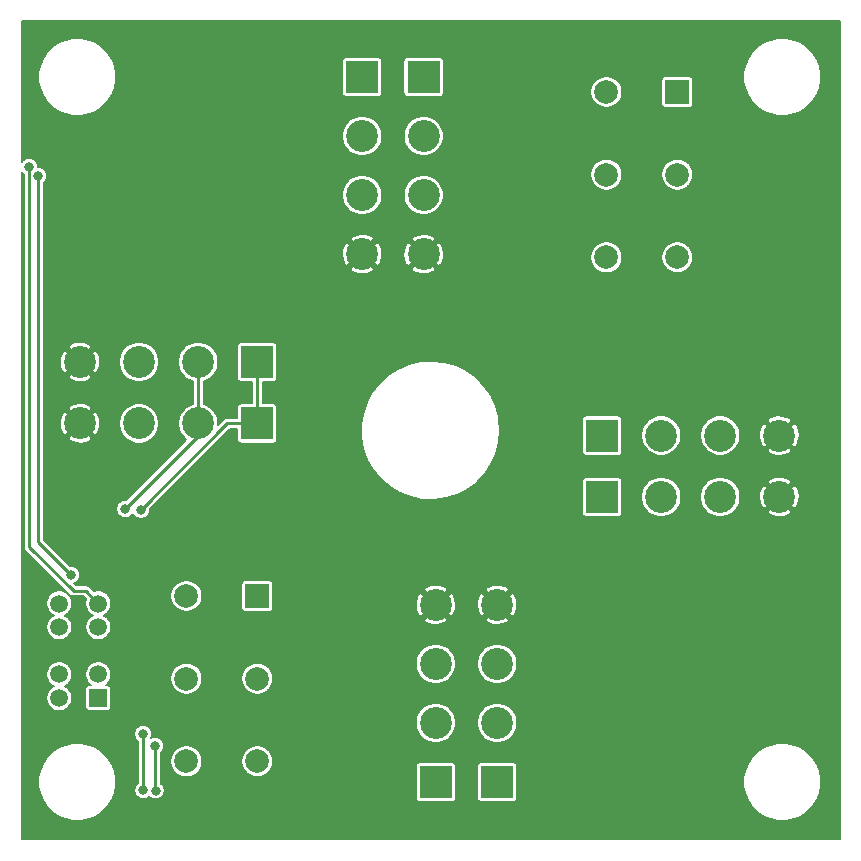
<source format=gbr>
G04 #@! TF.GenerationSoftware,KiCad,Pcbnew,5.1.2*
G04 #@! TF.CreationDate,2019-07-25T13:40:02+02:00*
G04 #@! TF.ProjectId,junction,6a756e63-7469-46f6-9e2e-6b696361645f,rev?*
G04 #@! TF.SameCoordinates,Original*
G04 #@! TF.FileFunction,Copper,L2,Bot*
G04 #@! TF.FilePolarity,Positive*
%FSLAX46Y46*%
G04 Gerber Fmt 4.6, Leading zero omitted, Abs format (unit mm)*
G04 Created by KiCad (PCBNEW 5.1.2) date 2019-07-25 13:40:02*
%MOMM*%
%LPD*%
G04 APERTURE LIST*
%ADD10C,2.700000*%
%ADD11R,2.700000X2.700000*%
%ADD12R,2.000000X2.000000*%
%ADD13C,2.000000*%
%ADD14R,1.500000X1.500000*%
%ADD15C,1.500000*%
%ADD16C,0.800000*%
%ADD17C,0.250000*%
%ADD18C,0.200000*%
G04 APERTURE END LIST*
D10*
X35440000Y-49770000D03*
X35440000Y-54770000D03*
D11*
X35440000Y-64770000D03*
D10*
X35440000Y-59770000D03*
X40640000Y-49770000D03*
X40640000Y-54770000D03*
X40640000Y-59770000D03*
D11*
X40640000Y-64770000D03*
X20320000Y-29210000D03*
D10*
X15320000Y-29210000D03*
X10320000Y-29210000D03*
X5320000Y-29210000D03*
X15320000Y-34410000D03*
D11*
X20320000Y-34410000D03*
D10*
X10320000Y-34410000D03*
X5320000Y-34410000D03*
X34410000Y-20080000D03*
X34410000Y-15080000D03*
D11*
X34410000Y-5080000D03*
D10*
X34410000Y-10080000D03*
X29210000Y-20080000D03*
X29210000Y-15080000D03*
X29210000Y-10080000D03*
D11*
X29210000Y-5080000D03*
X49530000Y-40640000D03*
D10*
X54530000Y-40640000D03*
X59530000Y-40640000D03*
X64530000Y-40640000D03*
X54530000Y-35440000D03*
D11*
X49530000Y-35440000D03*
D10*
X59530000Y-35440000D03*
X64530000Y-35440000D03*
D12*
X55880000Y-6350000D03*
D13*
X55880000Y-13350000D03*
X55880000Y-20335000D03*
X49880000Y-6350000D03*
X49880000Y-13350000D03*
X49880000Y-20350000D03*
D12*
X20320000Y-49022000D03*
D13*
X20320000Y-56022000D03*
X20320000Y-63007000D03*
X14320000Y-49022000D03*
X14320000Y-56022000D03*
X14320000Y-63022000D03*
D14*
X6858000Y-57658000D03*
D15*
X6858000Y-55658000D03*
X6858000Y-51658000D03*
X6858000Y-49658000D03*
X3558000Y-57658000D03*
X3558000Y-55658000D03*
X3558000Y-51658000D03*
X3558000Y-49658000D03*
D16*
X11684000Y-61722000D03*
X11720057Y-65495943D03*
X10668000Y-65469205D03*
X10668000Y-60706000D03*
X1016000Y-12700000D03*
X4572000Y-47244000D03*
X1778000Y-13462000D03*
X10484500Y-41726500D03*
X9144000Y-41656000D03*
D17*
X35440000Y-64650000D02*
X35440000Y-64770000D01*
X11684000Y-65459886D02*
X11720057Y-65495943D01*
X11684000Y-61722000D02*
X11684000Y-65459886D01*
X10668000Y-60706000D02*
X10668000Y-65469205D01*
X1016000Y-44831000D02*
X1016000Y-12954000D01*
X1016000Y-12954000D02*
X1016000Y-12700000D01*
X4767999Y-48582999D02*
X1016000Y-44831000D01*
X6858000Y-49658000D02*
X5782999Y-48582999D01*
X5782999Y-48582999D02*
X4767999Y-48582999D01*
X4572000Y-47244000D02*
X1778000Y-44450000D01*
X1778000Y-44450000D02*
X1778000Y-13462000D01*
X17801000Y-34410000D02*
X20320000Y-34410000D01*
X10484500Y-41726500D02*
X17801000Y-34410000D01*
X20320000Y-32810000D02*
X20320000Y-29210000D01*
X20320000Y-34410000D02*
X20320000Y-32810000D01*
X15320000Y-35480000D02*
X15320000Y-34410000D01*
X9144000Y-41656000D02*
X15320000Y-35480000D01*
X15320000Y-34410000D02*
X15320000Y-29210000D01*
D18*
G36*
X69621001Y-69621000D02*
G01*
X379000Y-69621000D01*
X379000Y-64444978D01*
X1780000Y-64444978D01*
X1780000Y-65095022D01*
X1906817Y-65732574D01*
X2155578Y-66333136D01*
X2516723Y-66873627D01*
X2976373Y-67333277D01*
X3516864Y-67694422D01*
X4117426Y-67943183D01*
X4754978Y-68070000D01*
X5405022Y-68070000D01*
X6042574Y-67943183D01*
X6643136Y-67694422D01*
X7183627Y-67333277D01*
X7643277Y-66873627D01*
X8004422Y-66333136D01*
X8253183Y-65732574D01*
X8380000Y-65095022D01*
X8380000Y-64444978D01*
X8253183Y-63807426D01*
X8004422Y-63206864D01*
X7643277Y-62666373D01*
X7183627Y-62206723D01*
X6643136Y-61845578D01*
X6042574Y-61596817D01*
X5405022Y-61470000D01*
X4754978Y-61470000D01*
X4117426Y-61596817D01*
X3516864Y-61845578D01*
X2976373Y-62206723D01*
X2516723Y-62666373D01*
X2155578Y-63206864D01*
X1906817Y-63807426D01*
X1780000Y-64444978D01*
X379000Y-64444978D01*
X379000Y-60631738D01*
X9914000Y-60631738D01*
X9914000Y-60780262D01*
X9942976Y-60925934D01*
X9999814Y-61063153D01*
X10082330Y-61186647D01*
X10187353Y-61291670D01*
X10189000Y-61292771D01*
X10189001Y-64882434D01*
X10187353Y-64883535D01*
X10082330Y-64988558D01*
X9999814Y-65112052D01*
X9942976Y-65249271D01*
X9914000Y-65394943D01*
X9914000Y-65543467D01*
X9942976Y-65689139D01*
X9999814Y-65826358D01*
X10082330Y-65949852D01*
X10187353Y-66054875D01*
X10310847Y-66137391D01*
X10448066Y-66194229D01*
X10593738Y-66223205D01*
X10742262Y-66223205D01*
X10887934Y-66194229D01*
X11025153Y-66137391D01*
X11148647Y-66054875D01*
X11180660Y-66022863D01*
X11239410Y-66081613D01*
X11362904Y-66164129D01*
X11500123Y-66220967D01*
X11645795Y-66249943D01*
X11794319Y-66249943D01*
X11939991Y-66220967D01*
X12077210Y-66164129D01*
X12200704Y-66081613D01*
X12305727Y-65976590D01*
X12388243Y-65853096D01*
X12445081Y-65715877D01*
X12474057Y-65570205D01*
X12474057Y-65421681D01*
X12445081Y-65276009D01*
X12388243Y-65138790D01*
X12305727Y-65015296D01*
X12200704Y-64910273D01*
X12163000Y-64885080D01*
X12163000Y-62888643D01*
X12966000Y-62888643D01*
X12966000Y-63155357D01*
X13018034Y-63416947D01*
X13120101Y-63663359D01*
X13268280Y-63885124D01*
X13456876Y-64073720D01*
X13678641Y-64221899D01*
X13925053Y-64323966D01*
X14186643Y-64376000D01*
X14453357Y-64376000D01*
X14714947Y-64323966D01*
X14961359Y-64221899D01*
X15183124Y-64073720D01*
X15371720Y-63885124D01*
X15519899Y-63663359D01*
X15621966Y-63416947D01*
X15674000Y-63155357D01*
X15674000Y-62888643D01*
X15671017Y-62873643D01*
X18966000Y-62873643D01*
X18966000Y-63140357D01*
X19018034Y-63401947D01*
X19120101Y-63648359D01*
X19268280Y-63870124D01*
X19456876Y-64058720D01*
X19678641Y-64206899D01*
X19925053Y-64308966D01*
X20186643Y-64361000D01*
X20453357Y-64361000D01*
X20714947Y-64308966D01*
X20961359Y-64206899D01*
X21183124Y-64058720D01*
X21371720Y-63870124D01*
X21519899Y-63648359D01*
X21614488Y-63420000D01*
X33734288Y-63420000D01*
X33734288Y-66120000D01*
X33741123Y-66189396D01*
X33761365Y-66256125D01*
X33794236Y-66317623D01*
X33838474Y-66371526D01*
X33892377Y-66415764D01*
X33953875Y-66448635D01*
X34020604Y-66468877D01*
X34090000Y-66475712D01*
X36790000Y-66475712D01*
X36859396Y-66468877D01*
X36926125Y-66448635D01*
X36987623Y-66415764D01*
X37041526Y-66371526D01*
X37085764Y-66317623D01*
X37118635Y-66256125D01*
X37138877Y-66189396D01*
X37145712Y-66120000D01*
X37145712Y-63420000D01*
X38934288Y-63420000D01*
X38934288Y-66120000D01*
X38941123Y-66189396D01*
X38961365Y-66256125D01*
X38994236Y-66317623D01*
X39038474Y-66371526D01*
X39092377Y-66415764D01*
X39153875Y-66448635D01*
X39220604Y-66468877D01*
X39290000Y-66475712D01*
X41990000Y-66475712D01*
X42059396Y-66468877D01*
X42126125Y-66448635D01*
X42187623Y-66415764D01*
X42241526Y-66371526D01*
X42285764Y-66317623D01*
X42318635Y-66256125D01*
X42338877Y-66189396D01*
X42345712Y-66120000D01*
X42345712Y-64444978D01*
X61470000Y-64444978D01*
X61470000Y-65095022D01*
X61596817Y-65732574D01*
X61845578Y-66333136D01*
X62206723Y-66873627D01*
X62666373Y-67333277D01*
X63206864Y-67694422D01*
X63807426Y-67943183D01*
X64444978Y-68070000D01*
X65095022Y-68070000D01*
X65732574Y-67943183D01*
X66333136Y-67694422D01*
X66873627Y-67333277D01*
X67333277Y-66873627D01*
X67694422Y-66333136D01*
X67943183Y-65732574D01*
X68070000Y-65095022D01*
X68070000Y-64444978D01*
X67943183Y-63807426D01*
X67694422Y-63206864D01*
X67333277Y-62666373D01*
X66873627Y-62206723D01*
X66333136Y-61845578D01*
X65732574Y-61596817D01*
X65095022Y-61470000D01*
X64444978Y-61470000D01*
X63807426Y-61596817D01*
X63206864Y-61845578D01*
X62666373Y-62206723D01*
X62206723Y-62666373D01*
X61845578Y-63206864D01*
X61596817Y-63807426D01*
X61470000Y-64444978D01*
X42345712Y-64444978D01*
X42345712Y-63420000D01*
X42338877Y-63350604D01*
X42318635Y-63283875D01*
X42285764Y-63222377D01*
X42241526Y-63168474D01*
X42187623Y-63124236D01*
X42126125Y-63091365D01*
X42059396Y-63071123D01*
X41990000Y-63064288D01*
X39290000Y-63064288D01*
X39220604Y-63071123D01*
X39153875Y-63091365D01*
X39092377Y-63124236D01*
X39038474Y-63168474D01*
X38994236Y-63222377D01*
X38961365Y-63283875D01*
X38941123Y-63350604D01*
X38934288Y-63420000D01*
X37145712Y-63420000D01*
X37138877Y-63350604D01*
X37118635Y-63283875D01*
X37085764Y-63222377D01*
X37041526Y-63168474D01*
X36987623Y-63124236D01*
X36926125Y-63091365D01*
X36859396Y-63071123D01*
X36790000Y-63064288D01*
X34090000Y-63064288D01*
X34020604Y-63071123D01*
X33953875Y-63091365D01*
X33892377Y-63124236D01*
X33838474Y-63168474D01*
X33794236Y-63222377D01*
X33761365Y-63283875D01*
X33741123Y-63350604D01*
X33734288Y-63420000D01*
X21614488Y-63420000D01*
X21621966Y-63401947D01*
X21674000Y-63140357D01*
X21674000Y-62873643D01*
X21621966Y-62612053D01*
X21519899Y-62365641D01*
X21371720Y-62143876D01*
X21183124Y-61955280D01*
X20961359Y-61807101D01*
X20714947Y-61705034D01*
X20453357Y-61653000D01*
X20186643Y-61653000D01*
X19925053Y-61705034D01*
X19678641Y-61807101D01*
X19456876Y-61955280D01*
X19268280Y-62143876D01*
X19120101Y-62365641D01*
X19018034Y-62612053D01*
X18966000Y-62873643D01*
X15671017Y-62873643D01*
X15621966Y-62627053D01*
X15519899Y-62380641D01*
X15371720Y-62158876D01*
X15183124Y-61970280D01*
X14961359Y-61822101D01*
X14714947Y-61720034D01*
X14453357Y-61668000D01*
X14186643Y-61668000D01*
X13925053Y-61720034D01*
X13678641Y-61822101D01*
X13456876Y-61970280D01*
X13268280Y-62158876D01*
X13120101Y-62380641D01*
X13018034Y-62627053D01*
X12966000Y-62888643D01*
X12163000Y-62888643D01*
X12163000Y-62308770D01*
X12164647Y-62307670D01*
X12269670Y-62202647D01*
X12352186Y-62079153D01*
X12409024Y-61941934D01*
X12438000Y-61796262D01*
X12438000Y-61647738D01*
X12409024Y-61502066D01*
X12352186Y-61364847D01*
X12269670Y-61241353D01*
X12164647Y-61136330D01*
X12041153Y-61053814D01*
X11903934Y-60996976D01*
X11758262Y-60968000D01*
X11609738Y-60968000D01*
X11464066Y-60996976D01*
X11342790Y-61047210D01*
X11393024Y-60925934D01*
X11422000Y-60780262D01*
X11422000Y-60631738D01*
X11393024Y-60486066D01*
X11336186Y-60348847D01*
X11253670Y-60225353D01*
X11148647Y-60120330D01*
X11025153Y-60037814D01*
X10887934Y-59980976D01*
X10742262Y-59952000D01*
X10593738Y-59952000D01*
X10448066Y-59980976D01*
X10310847Y-60037814D01*
X10187353Y-60120330D01*
X10082330Y-60225353D01*
X9999814Y-60348847D01*
X9942976Y-60486066D01*
X9914000Y-60631738D01*
X379000Y-60631738D01*
X379000Y-59602171D01*
X33736000Y-59602171D01*
X33736000Y-59937829D01*
X33801484Y-60267038D01*
X33929935Y-60577147D01*
X34116417Y-60856237D01*
X34353763Y-61093583D01*
X34632853Y-61280065D01*
X34942962Y-61408516D01*
X35272171Y-61474000D01*
X35607829Y-61474000D01*
X35937038Y-61408516D01*
X36247147Y-61280065D01*
X36526237Y-61093583D01*
X36763583Y-60856237D01*
X36950065Y-60577147D01*
X37078516Y-60267038D01*
X37144000Y-59937829D01*
X37144000Y-59602171D01*
X38936000Y-59602171D01*
X38936000Y-59937829D01*
X39001484Y-60267038D01*
X39129935Y-60577147D01*
X39316417Y-60856237D01*
X39553763Y-61093583D01*
X39832853Y-61280065D01*
X40142962Y-61408516D01*
X40472171Y-61474000D01*
X40807829Y-61474000D01*
X41137038Y-61408516D01*
X41447147Y-61280065D01*
X41726237Y-61093583D01*
X41963583Y-60856237D01*
X42150065Y-60577147D01*
X42278516Y-60267038D01*
X42344000Y-59937829D01*
X42344000Y-59602171D01*
X42278516Y-59272962D01*
X42150065Y-58962853D01*
X41963583Y-58683763D01*
X41726237Y-58446417D01*
X41447147Y-58259935D01*
X41137038Y-58131484D01*
X40807829Y-58066000D01*
X40472171Y-58066000D01*
X40142962Y-58131484D01*
X39832853Y-58259935D01*
X39553763Y-58446417D01*
X39316417Y-58683763D01*
X39129935Y-58962853D01*
X39001484Y-59272962D01*
X38936000Y-59602171D01*
X37144000Y-59602171D01*
X37078516Y-59272962D01*
X36950065Y-58962853D01*
X36763583Y-58683763D01*
X36526237Y-58446417D01*
X36247147Y-58259935D01*
X35937038Y-58131484D01*
X35607829Y-58066000D01*
X35272171Y-58066000D01*
X34942962Y-58131484D01*
X34632853Y-58259935D01*
X34353763Y-58446417D01*
X34116417Y-58683763D01*
X33929935Y-58962853D01*
X33801484Y-59272962D01*
X33736000Y-59602171D01*
X379000Y-59602171D01*
X379000Y-55549265D01*
X2454000Y-55549265D01*
X2454000Y-55766735D01*
X2496426Y-55980025D01*
X2579648Y-56180940D01*
X2700467Y-56361759D01*
X2854241Y-56515533D01*
X3035060Y-56636352D01*
X3087323Y-56658000D01*
X3035060Y-56679648D01*
X2854241Y-56800467D01*
X2700467Y-56954241D01*
X2579648Y-57135060D01*
X2496426Y-57335975D01*
X2454000Y-57549265D01*
X2454000Y-57766735D01*
X2496426Y-57980025D01*
X2579648Y-58180940D01*
X2700467Y-58361759D01*
X2854241Y-58515533D01*
X3035060Y-58636352D01*
X3235975Y-58719574D01*
X3449265Y-58762000D01*
X3666735Y-58762000D01*
X3880025Y-58719574D01*
X4080940Y-58636352D01*
X4261759Y-58515533D01*
X4415533Y-58361759D01*
X4536352Y-58180940D01*
X4619574Y-57980025D01*
X4662000Y-57766735D01*
X4662000Y-57549265D01*
X4619574Y-57335975D01*
X4536352Y-57135060D01*
X4415533Y-56954241D01*
X4369292Y-56908000D01*
X5752288Y-56908000D01*
X5752288Y-58408000D01*
X5759123Y-58477396D01*
X5779365Y-58544125D01*
X5812236Y-58605623D01*
X5856474Y-58659526D01*
X5910377Y-58703764D01*
X5971875Y-58736635D01*
X6038604Y-58756877D01*
X6108000Y-58763712D01*
X7608000Y-58763712D01*
X7677396Y-58756877D01*
X7744125Y-58736635D01*
X7805623Y-58703764D01*
X7859526Y-58659526D01*
X7903764Y-58605623D01*
X7936635Y-58544125D01*
X7956877Y-58477396D01*
X7963712Y-58408000D01*
X7963712Y-56908000D01*
X7956877Y-56838604D01*
X7936635Y-56771875D01*
X7903764Y-56710377D01*
X7859526Y-56656474D01*
X7805623Y-56612236D01*
X7744125Y-56579365D01*
X7677396Y-56559123D01*
X7608000Y-56552288D01*
X7506751Y-56552288D01*
X7561759Y-56515533D01*
X7715533Y-56361759D01*
X7836352Y-56180940D01*
X7919574Y-55980025D01*
X7937751Y-55888643D01*
X12966000Y-55888643D01*
X12966000Y-56155357D01*
X13018034Y-56416947D01*
X13120101Y-56663359D01*
X13268280Y-56885124D01*
X13456876Y-57073720D01*
X13678641Y-57221899D01*
X13925053Y-57323966D01*
X14186643Y-57376000D01*
X14453357Y-57376000D01*
X14714947Y-57323966D01*
X14961359Y-57221899D01*
X15183124Y-57073720D01*
X15371720Y-56885124D01*
X15519899Y-56663359D01*
X15621966Y-56416947D01*
X15674000Y-56155357D01*
X15674000Y-55888643D01*
X18966000Y-55888643D01*
X18966000Y-56155357D01*
X19018034Y-56416947D01*
X19120101Y-56663359D01*
X19268280Y-56885124D01*
X19456876Y-57073720D01*
X19678641Y-57221899D01*
X19925053Y-57323966D01*
X20186643Y-57376000D01*
X20453357Y-57376000D01*
X20714947Y-57323966D01*
X20961359Y-57221899D01*
X21183124Y-57073720D01*
X21371720Y-56885124D01*
X21519899Y-56663359D01*
X21621966Y-56416947D01*
X21674000Y-56155357D01*
X21674000Y-55888643D01*
X21621966Y-55627053D01*
X21519899Y-55380641D01*
X21371720Y-55158876D01*
X21183124Y-54970280D01*
X20961359Y-54822101D01*
X20714947Y-54720034D01*
X20453357Y-54668000D01*
X20186643Y-54668000D01*
X19925053Y-54720034D01*
X19678641Y-54822101D01*
X19456876Y-54970280D01*
X19268280Y-55158876D01*
X19120101Y-55380641D01*
X19018034Y-55627053D01*
X18966000Y-55888643D01*
X15674000Y-55888643D01*
X15621966Y-55627053D01*
X15519899Y-55380641D01*
X15371720Y-55158876D01*
X15183124Y-54970280D01*
X14961359Y-54822101D01*
X14714947Y-54720034D01*
X14453357Y-54668000D01*
X14186643Y-54668000D01*
X13925053Y-54720034D01*
X13678641Y-54822101D01*
X13456876Y-54970280D01*
X13268280Y-55158876D01*
X13120101Y-55380641D01*
X13018034Y-55627053D01*
X12966000Y-55888643D01*
X7937751Y-55888643D01*
X7962000Y-55766735D01*
X7962000Y-55549265D01*
X7919574Y-55335975D01*
X7836352Y-55135060D01*
X7715533Y-54954241D01*
X7561759Y-54800467D01*
X7380940Y-54679648D01*
X7193895Y-54602171D01*
X33736000Y-54602171D01*
X33736000Y-54937829D01*
X33801484Y-55267038D01*
X33929935Y-55577147D01*
X34116417Y-55856237D01*
X34353763Y-56093583D01*
X34632853Y-56280065D01*
X34942962Y-56408516D01*
X35272171Y-56474000D01*
X35607829Y-56474000D01*
X35937038Y-56408516D01*
X36247147Y-56280065D01*
X36526237Y-56093583D01*
X36763583Y-55856237D01*
X36950065Y-55577147D01*
X37078516Y-55267038D01*
X37144000Y-54937829D01*
X37144000Y-54602171D01*
X38936000Y-54602171D01*
X38936000Y-54937829D01*
X39001484Y-55267038D01*
X39129935Y-55577147D01*
X39316417Y-55856237D01*
X39553763Y-56093583D01*
X39832853Y-56280065D01*
X40142962Y-56408516D01*
X40472171Y-56474000D01*
X40807829Y-56474000D01*
X41137038Y-56408516D01*
X41447147Y-56280065D01*
X41726237Y-56093583D01*
X41963583Y-55856237D01*
X42150065Y-55577147D01*
X42278516Y-55267038D01*
X42344000Y-54937829D01*
X42344000Y-54602171D01*
X42278516Y-54272962D01*
X42150065Y-53962853D01*
X41963583Y-53683763D01*
X41726237Y-53446417D01*
X41447147Y-53259935D01*
X41137038Y-53131484D01*
X40807829Y-53066000D01*
X40472171Y-53066000D01*
X40142962Y-53131484D01*
X39832853Y-53259935D01*
X39553763Y-53446417D01*
X39316417Y-53683763D01*
X39129935Y-53962853D01*
X39001484Y-54272962D01*
X38936000Y-54602171D01*
X37144000Y-54602171D01*
X37078516Y-54272962D01*
X36950065Y-53962853D01*
X36763583Y-53683763D01*
X36526237Y-53446417D01*
X36247147Y-53259935D01*
X35937038Y-53131484D01*
X35607829Y-53066000D01*
X35272171Y-53066000D01*
X34942962Y-53131484D01*
X34632853Y-53259935D01*
X34353763Y-53446417D01*
X34116417Y-53683763D01*
X33929935Y-53962853D01*
X33801484Y-54272962D01*
X33736000Y-54602171D01*
X7193895Y-54602171D01*
X7180025Y-54596426D01*
X6966735Y-54554000D01*
X6749265Y-54554000D01*
X6535975Y-54596426D01*
X6335060Y-54679648D01*
X6154241Y-54800467D01*
X6000467Y-54954241D01*
X5879648Y-55135060D01*
X5796426Y-55335975D01*
X5754000Y-55549265D01*
X5754000Y-55766735D01*
X5796426Y-55980025D01*
X5879648Y-56180940D01*
X6000467Y-56361759D01*
X6154241Y-56515533D01*
X6209249Y-56552288D01*
X6108000Y-56552288D01*
X6038604Y-56559123D01*
X5971875Y-56579365D01*
X5910377Y-56612236D01*
X5856474Y-56656474D01*
X5812236Y-56710377D01*
X5779365Y-56771875D01*
X5759123Y-56838604D01*
X5752288Y-56908000D01*
X4369292Y-56908000D01*
X4261759Y-56800467D01*
X4080940Y-56679648D01*
X4028677Y-56658000D01*
X4080940Y-56636352D01*
X4261759Y-56515533D01*
X4415533Y-56361759D01*
X4536352Y-56180940D01*
X4619574Y-55980025D01*
X4662000Y-55766735D01*
X4662000Y-55549265D01*
X4619574Y-55335975D01*
X4536352Y-55135060D01*
X4415533Y-54954241D01*
X4261759Y-54800467D01*
X4080940Y-54679648D01*
X3880025Y-54596426D01*
X3666735Y-54554000D01*
X3449265Y-54554000D01*
X3235975Y-54596426D01*
X3035060Y-54679648D01*
X2854241Y-54800467D01*
X2700467Y-54954241D01*
X2579648Y-55135060D01*
X2496426Y-55335975D01*
X2454000Y-55549265D01*
X379000Y-55549265D01*
X379000Y-49549265D01*
X2454000Y-49549265D01*
X2454000Y-49766735D01*
X2496426Y-49980025D01*
X2579648Y-50180940D01*
X2700467Y-50361759D01*
X2854241Y-50515533D01*
X3035060Y-50636352D01*
X3087323Y-50658000D01*
X3035060Y-50679648D01*
X2854241Y-50800467D01*
X2700467Y-50954241D01*
X2579648Y-51135060D01*
X2496426Y-51335975D01*
X2454000Y-51549265D01*
X2454000Y-51766735D01*
X2496426Y-51980025D01*
X2579648Y-52180940D01*
X2700467Y-52361759D01*
X2854241Y-52515533D01*
X3035060Y-52636352D01*
X3235975Y-52719574D01*
X3449265Y-52762000D01*
X3666735Y-52762000D01*
X3880025Y-52719574D01*
X4080940Y-52636352D01*
X4261759Y-52515533D01*
X4415533Y-52361759D01*
X4536352Y-52180940D01*
X4619574Y-51980025D01*
X4662000Y-51766735D01*
X4662000Y-51549265D01*
X4619574Y-51335975D01*
X4536352Y-51135060D01*
X4415533Y-50954241D01*
X4261759Y-50800467D01*
X4080940Y-50679648D01*
X4028677Y-50658000D01*
X4080940Y-50636352D01*
X4261759Y-50515533D01*
X4415533Y-50361759D01*
X4536352Y-50180940D01*
X4619574Y-49980025D01*
X4662000Y-49766735D01*
X4662000Y-49549265D01*
X4619574Y-49335975D01*
X4536352Y-49135060D01*
X4415533Y-48954241D01*
X4261759Y-48800467D01*
X4080940Y-48679648D01*
X3880025Y-48596426D01*
X3666735Y-48554000D01*
X3449265Y-48554000D01*
X3235975Y-48596426D01*
X3035060Y-48679648D01*
X2854241Y-48800467D01*
X2700467Y-48954241D01*
X2579648Y-49135060D01*
X2496426Y-49335975D01*
X2454000Y-49549265D01*
X379000Y-49549265D01*
X379000Y-13103826D01*
X430330Y-13180647D01*
X535353Y-13285670D01*
X537001Y-13286771D01*
X537000Y-44807477D01*
X534683Y-44831000D01*
X537000Y-44854523D01*
X537000Y-44854525D01*
X543931Y-44924899D01*
X571321Y-45015191D01*
X615800Y-45098405D01*
X675657Y-45171343D01*
X693940Y-45186347D01*
X4412656Y-48905064D01*
X4427656Y-48923342D01*
X4465308Y-48954241D01*
X4500593Y-48983199D01*
X4583806Y-49027678D01*
X4608877Y-49035283D01*
X4674099Y-49055068D01*
X4744473Y-49061999D01*
X4744476Y-49061999D01*
X4767999Y-49064316D01*
X4791522Y-49061999D01*
X5584592Y-49061999D01*
X5814627Y-49292034D01*
X5796426Y-49335975D01*
X5754000Y-49549265D01*
X5754000Y-49766735D01*
X5796426Y-49980025D01*
X5879648Y-50180940D01*
X6000467Y-50361759D01*
X6154241Y-50515533D01*
X6335060Y-50636352D01*
X6387323Y-50658000D01*
X6335060Y-50679648D01*
X6154241Y-50800467D01*
X6000467Y-50954241D01*
X5879648Y-51135060D01*
X5796426Y-51335975D01*
X5754000Y-51549265D01*
X5754000Y-51766735D01*
X5796426Y-51980025D01*
X5879648Y-52180940D01*
X6000467Y-52361759D01*
X6154241Y-52515533D01*
X6335060Y-52636352D01*
X6535975Y-52719574D01*
X6749265Y-52762000D01*
X6966735Y-52762000D01*
X7180025Y-52719574D01*
X7380940Y-52636352D01*
X7561759Y-52515533D01*
X7715533Y-52361759D01*
X7836352Y-52180940D01*
X7919574Y-51980025D01*
X7962000Y-51766735D01*
X7962000Y-51549265D01*
X7919574Y-51335975D01*
X7836352Y-51135060D01*
X7760728Y-51021880D01*
X34405909Y-51021880D01*
X34562235Y-51240141D01*
X34865911Y-51383135D01*
X35191650Y-51464139D01*
X35526932Y-51480037D01*
X35858873Y-51430220D01*
X36174717Y-51316602D01*
X36317765Y-51240141D01*
X36474091Y-51021880D01*
X39605909Y-51021880D01*
X39762235Y-51240141D01*
X40065911Y-51383135D01*
X40391650Y-51464139D01*
X40726932Y-51480037D01*
X41058873Y-51430220D01*
X41374717Y-51316602D01*
X41517765Y-51240141D01*
X41674091Y-51021880D01*
X40640000Y-49987789D01*
X39605909Y-51021880D01*
X36474091Y-51021880D01*
X35440000Y-49987789D01*
X34405909Y-51021880D01*
X7760728Y-51021880D01*
X7715533Y-50954241D01*
X7561759Y-50800467D01*
X7380940Y-50679648D01*
X7328677Y-50658000D01*
X7380940Y-50636352D01*
X7561759Y-50515533D01*
X7715533Y-50361759D01*
X7836352Y-50180940D01*
X7919574Y-49980025D01*
X7962000Y-49766735D01*
X7962000Y-49549265D01*
X7919574Y-49335975D01*
X7836352Y-49135060D01*
X7715533Y-48954241D01*
X7649935Y-48888643D01*
X12966000Y-48888643D01*
X12966000Y-49155357D01*
X13018034Y-49416947D01*
X13120101Y-49663359D01*
X13268280Y-49885124D01*
X13456876Y-50073720D01*
X13678641Y-50221899D01*
X13925053Y-50323966D01*
X14186643Y-50376000D01*
X14453357Y-50376000D01*
X14714947Y-50323966D01*
X14961359Y-50221899D01*
X15183124Y-50073720D01*
X15371720Y-49885124D01*
X15519899Y-49663359D01*
X15621966Y-49416947D01*
X15674000Y-49155357D01*
X15674000Y-48888643D01*
X15621966Y-48627053D01*
X15519899Y-48380641D01*
X15371720Y-48158876D01*
X15234844Y-48022000D01*
X18964288Y-48022000D01*
X18964288Y-50022000D01*
X18971123Y-50091396D01*
X18991365Y-50158125D01*
X19024236Y-50219623D01*
X19068474Y-50273526D01*
X19122377Y-50317764D01*
X19183875Y-50350635D01*
X19250604Y-50370877D01*
X19320000Y-50377712D01*
X21320000Y-50377712D01*
X21389396Y-50370877D01*
X21456125Y-50350635D01*
X21517623Y-50317764D01*
X21571526Y-50273526D01*
X21615764Y-50219623D01*
X21648635Y-50158125D01*
X21668877Y-50091396D01*
X21675712Y-50022000D01*
X21675712Y-49856932D01*
X33729963Y-49856932D01*
X33779780Y-50188873D01*
X33893398Y-50504717D01*
X33969859Y-50647765D01*
X34188120Y-50804091D01*
X35222211Y-49770000D01*
X35657789Y-49770000D01*
X36691880Y-50804091D01*
X36910141Y-50647765D01*
X37053135Y-50344089D01*
X37134139Y-50018350D01*
X37141792Y-49856932D01*
X38929963Y-49856932D01*
X38979780Y-50188873D01*
X39093398Y-50504717D01*
X39169859Y-50647765D01*
X39388120Y-50804091D01*
X40422211Y-49770000D01*
X40857789Y-49770000D01*
X41891880Y-50804091D01*
X42110141Y-50647765D01*
X42253135Y-50344089D01*
X42334139Y-50018350D01*
X42350037Y-49683068D01*
X42300220Y-49351127D01*
X42186602Y-49035283D01*
X42110141Y-48892235D01*
X41891880Y-48735909D01*
X40857789Y-49770000D01*
X40422211Y-49770000D01*
X39388120Y-48735909D01*
X39169859Y-48892235D01*
X39026865Y-49195911D01*
X38945861Y-49521650D01*
X38929963Y-49856932D01*
X37141792Y-49856932D01*
X37150037Y-49683068D01*
X37100220Y-49351127D01*
X36986602Y-49035283D01*
X36910141Y-48892235D01*
X36691880Y-48735909D01*
X35657789Y-49770000D01*
X35222211Y-49770000D01*
X34188120Y-48735909D01*
X33969859Y-48892235D01*
X33826865Y-49195911D01*
X33745861Y-49521650D01*
X33729963Y-49856932D01*
X21675712Y-49856932D01*
X21675712Y-48518120D01*
X34405909Y-48518120D01*
X35440000Y-49552211D01*
X36474091Y-48518120D01*
X39605909Y-48518120D01*
X40640000Y-49552211D01*
X41674091Y-48518120D01*
X41517765Y-48299859D01*
X41214089Y-48156865D01*
X40888350Y-48075861D01*
X40553068Y-48059963D01*
X40221127Y-48109780D01*
X39905283Y-48223398D01*
X39762235Y-48299859D01*
X39605909Y-48518120D01*
X36474091Y-48518120D01*
X36317765Y-48299859D01*
X36014089Y-48156865D01*
X35688350Y-48075861D01*
X35353068Y-48059963D01*
X35021127Y-48109780D01*
X34705283Y-48223398D01*
X34562235Y-48299859D01*
X34405909Y-48518120D01*
X21675712Y-48518120D01*
X21675712Y-48022000D01*
X21668877Y-47952604D01*
X21648635Y-47885875D01*
X21615764Y-47824377D01*
X21571526Y-47770474D01*
X21517623Y-47726236D01*
X21456125Y-47693365D01*
X21389396Y-47673123D01*
X21320000Y-47666288D01*
X19320000Y-47666288D01*
X19250604Y-47673123D01*
X19183875Y-47693365D01*
X19122377Y-47726236D01*
X19068474Y-47770474D01*
X19024236Y-47824377D01*
X18991365Y-47885875D01*
X18971123Y-47952604D01*
X18964288Y-48022000D01*
X15234844Y-48022000D01*
X15183124Y-47970280D01*
X14961359Y-47822101D01*
X14714947Y-47720034D01*
X14453357Y-47668000D01*
X14186643Y-47668000D01*
X13925053Y-47720034D01*
X13678641Y-47822101D01*
X13456876Y-47970280D01*
X13268280Y-48158876D01*
X13120101Y-48380641D01*
X13018034Y-48627053D01*
X12966000Y-48888643D01*
X7649935Y-48888643D01*
X7561759Y-48800467D01*
X7380940Y-48679648D01*
X7180025Y-48596426D01*
X6966735Y-48554000D01*
X6749265Y-48554000D01*
X6535975Y-48596426D01*
X6492034Y-48614627D01*
X6138346Y-48260939D01*
X6123342Y-48242656D01*
X6050404Y-48182799D01*
X5967191Y-48138320D01*
X5876899Y-48110930D01*
X5806525Y-48103999D01*
X5806522Y-48103999D01*
X5782999Y-48101682D01*
X5759476Y-48103999D01*
X4966407Y-48103999D01*
X4819863Y-47957455D01*
X4929153Y-47912186D01*
X5052647Y-47829670D01*
X5157670Y-47724647D01*
X5240186Y-47601153D01*
X5297024Y-47463934D01*
X5326000Y-47318262D01*
X5326000Y-47169738D01*
X5297024Y-47024066D01*
X5240186Y-46886847D01*
X5157670Y-46763353D01*
X5052647Y-46658330D01*
X4929153Y-46575814D01*
X4791934Y-46518976D01*
X4646262Y-46490000D01*
X4497738Y-46490000D01*
X4495794Y-46490387D01*
X2257000Y-44251593D01*
X2257000Y-41581738D01*
X8390000Y-41581738D01*
X8390000Y-41730262D01*
X8418976Y-41875934D01*
X8475814Y-42013153D01*
X8558330Y-42136647D01*
X8663353Y-42241670D01*
X8786847Y-42324186D01*
X8924066Y-42381024D01*
X9069738Y-42410000D01*
X9218262Y-42410000D01*
X9363934Y-42381024D01*
X9501153Y-42324186D01*
X9624647Y-42241670D01*
X9729670Y-42136647D01*
X9796707Y-42036318D01*
X9816314Y-42083653D01*
X9898830Y-42207147D01*
X10003853Y-42312170D01*
X10127347Y-42394686D01*
X10264566Y-42451524D01*
X10410238Y-42480500D01*
X10558762Y-42480500D01*
X10704434Y-42451524D01*
X10841653Y-42394686D01*
X10965147Y-42312170D01*
X11070170Y-42207147D01*
X11152686Y-42083653D01*
X11209524Y-41946434D01*
X11238500Y-41800762D01*
X11238500Y-41652238D01*
X11238113Y-41650294D01*
X17999408Y-34889000D01*
X18614288Y-34889000D01*
X18614288Y-35760000D01*
X18621123Y-35829396D01*
X18641365Y-35896125D01*
X18674236Y-35957623D01*
X18718474Y-36011526D01*
X18772377Y-36055764D01*
X18833875Y-36088635D01*
X18900604Y-36108877D01*
X18970000Y-36115712D01*
X21670000Y-36115712D01*
X21739396Y-36108877D01*
X21806125Y-36088635D01*
X21867623Y-36055764D01*
X21921526Y-36011526D01*
X21965764Y-35957623D01*
X21998635Y-35896125D01*
X22018877Y-35829396D01*
X22025712Y-35760000D01*
X22025712Y-34557700D01*
X29117605Y-34557700D01*
X29127180Y-35555145D01*
X29304677Y-36536716D01*
X29645021Y-37474348D01*
X30138480Y-38341230D01*
X30770944Y-39112577D01*
X31524331Y-39766332D01*
X32377097Y-40283804D01*
X33304860Y-40650195D01*
X34281093Y-40855030D01*
X35277881Y-40892451D01*
X36266724Y-40761390D01*
X37219347Y-40465592D01*
X38108512Y-40013517D01*
X38908796Y-39418090D01*
X39030987Y-39290000D01*
X47824288Y-39290000D01*
X47824288Y-41990000D01*
X47831123Y-42059396D01*
X47851365Y-42126125D01*
X47884236Y-42187623D01*
X47928474Y-42241526D01*
X47982377Y-42285764D01*
X48043875Y-42318635D01*
X48110604Y-42338877D01*
X48180000Y-42345712D01*
X50880000Y-42345712D01*
X50949396Y-42338877D01*
X51016125Y-42318635D01*
X51077623Y-42285764D01*
X51131526Y-42241526D01*
X51175764Y-42187623D01*
X51208635Y-42126125D01*
X51228877Y-42059396D01*
X51235712Y-41990000D01*
X51235712Y-40472171D01*
X52826000Y-40472171D01*
X52826000Y-40807829D01*
X52891484Y-41137038D01*
X53019935Y-41447147D01*
X53206417Y-41726237D01*
X53443763Y-41963583D01*
X53722853Y-42150065D01*
X54032962Y-42278516D01*
X54362171Y-42344000D01*
X54697829Y-42344000D01*
X55027038Y-42278516D01*
X55337147Y-42150065D01*
X55616237Y-41963583D01*
X55853583Y-41726237D01*
X56040065Y-41447147D01*
X56168516Y-41137038D01*
X56234000Y-40807829D01*
X56234000Y-40472171D01*
X57826000Y-40472171D01*
X57826000Y-40807829D01*
X57891484Y-41137038D01*
X58019935Y-41447147D01*
X58206417Y-41726237D01*
X58443763Y-41963583D01*
X58722853Y-42150065D01*
X59032962Y-42278516D01*
X59362171Y-42344000D01*
X59697829Y-42344000D01*
X60027038Y-42278516D01*
X60337147Y-42150065D01*
X60616237Y-41963583D01*
X60687940Y-41891880D01*
X63495909Y-41891880D01*
X63652235Y-42110141D01*
X63955911Y-42253135D01*
X64281650Y-42334139D01*
X64616932Y-42350037D01*
X64948873Y-42300220D01*
X65264717Y-42186602D01*
X65407765Y-42110141D01*
X65564091Y-41891880D01*
X64530000Y-40857789D01*
X63495909Y-41891880D01*
X60687940Y-41891880D01*
X60853583Y-41726237D01*
X61040065Y-41447147D01*
X61168516Y-41137038D01*
X61234000Y-40807829D01*
X61234000Y-40726932D01*
X62819963Y-40726932D01*
X62869780Y-41058873D01*
X62983398Y-41374717D01*
X63059859Y-41517765D01*
X63278120Y-41674091D01*
X64312211Y-40640000D01*
X64747789Y-40640000D01*
X65781880Y-41674091D01*
X66000141Y-41517765D01*
X66143135Y-41214089D01*
X66224139Y-40888350D01*
X66240037Y-40553068D01*
X66190220Y-40221127D01*
X66076602Y-39905283D01*
X66000141Y-39762235D01*
X65781880Y-39605909D01*
X64747789Y-40640000D01*
X64312211Y-40640000D01*
X63278120Y-39605909D01*
X63059859Y-39762235D01*
X62916865Y-40065911D01*
X62835861Y-40391650D01*
X62819963Y-40726932D01*
X61234000Y-40726932D01*
X61234000Y-40472171D01*
X61168516Y-40142962D01*
X61040065Y-39832853D01*
X60853583Y-39553763D01*
X60687940Y-39388120D01*
X63495909Y-39388120D01*
X64530000Y-40422211D01*
X65564091Y-39388120D01*
X65407765Y-39169859D01*
X65104089Y-39026865D01*
X64778350Y-38945861D01*
X64443068Y-38929963D01*
X64111127Y-38979780D01*
X63795283Y-39093398D01*
X63652235Y-39169859D01*
X63495909Y-39388120D01*
X60687940Y-39388120D01*
X60616237Y-39316417D01*
X60337147Y-39129935D01*
X60027038Y-39001484D01*
X59697829Y-38936000D01*
X59362171Y-38936000D01*
X59032962Y-39001484D01*
X58722853Y-39129935D01*
X58443763Y-39316417D01*
X58206417Y-39553763D01*
X58019935Y-39832853D01*
X57891484Y-40142962D01*
X57826000Y-40472171D01*
X56234000Y-40472171D01*
X56168516Y-40142962D01*
X56040065Y-39832853D01*
X55853583Y-39553763D01*
X55616237Y-39316417D01*
X55337147Y-39129935D01*
X55027038Y-39001484D01*
X54697829Y-38936000D01*
X54362171Y-38936000D01*
X54032962Y-39001484D01*
X53722853Y-39129935D01*
X53443763Y-39316417D01*
X53206417Y-39553763D01*
X53019935Y-39832853D01*
X52891484Y-40142962D01*
X52826000Y-40472171D01*
X51235712Y-40472171D01*
X51235712Y-39290000D01*
X51228877Y-39220604D01*
X51208635Y-39153875D01*
X51175764Y-39092377D01*
X51131526Y-39038474D01*
X51077623Y-38994236D01*
X51016125Y-38961365D01*
X50949396Y-38941123D01*
X50880000Y-38934288D01*
X48180000Y-38934288D01*
X48110604Y-38941123D01*
X48043875Y-38961365D01*
X47982377Y-38994236D01*
X47928474Y-39038474D01*
X47884236Y-39092377D01*
X47851365Y-39153875D01*
X47831123Y-39220604D01*
X47824288Y-39290000D01*
X39030987Y-39290000D01*
X39597315Y-38696336D01*
X40154382Y-37868892D01*
X40564070Y-36959419D01*
X40814665Y-35993919D01*
X40899000Y-35000000D01*
X40897913Y-34886754D01*
X40814874Y-34090000D01*
X47824288Y-34090000D01*
X47824288Y-36790000D01*
X47831123Y-36859396D01*
X47851365Y-36926125D01*
X47884236Y-36987623D01*
X47928474Y-37041526D01*
X47982377Y-37085764D01*
X48043875Y-37118635D01*
X48110604Y-37138877D01*
X48180000Y-37145712D01*
X50880000Y-37145712D01*
X50949396Y-37138877D01*
X51016125Y-37118635D01*
X51077623Y-37085764D01*
X51131526Y-37041526D01*
X51175764Y-36987623D01*
X51208635Y-36926125D01*
X51228877Y-36859396D01*
X51235712Y-36790000D01*
X51235712Y-35272171D01*
X52826000Y-35272171D01*
X52826000Y-35607829D01*
X52891484Y-35937038D01*
X53019935Y-36247147D01*
X53206417Y-36526237D01*
X53443763Y-36763583D01*
X53722853Y-36950065D01*
X54032962Y-37078516D01*
X54362171Y-37144000D01*
X54697829Y-37144000D01*
X55027038Y-37078516D01*
X55337147Y-36950065D01*
X55616237Y-36763583D01*
X55853583Y-36526237D01*
X56040065Y-36247147D01*
X56168516Y-35937038D01*
X56234000Y-35607829D01*
X56234000Y-35272171D01*
X57826000Y-35272171D01*
X57826000Y-35607829D01*
X57891484Y-35937038D01*
X58019935Y-36247147D01*
X58206417Y-36526237D01*
X58443763Y-36763583D01*
X58722853Y-36950065D01*
X59032962Y-37078516D01*
X59362171Y-37144000D01*
X59697829Y-37144000D01*
X60027038Y-37078516D01*
X60337147Y-36950065D01*
X60616237Y-36763583D01*
X60687940Y-36691880D01*
X63495909Y-36691880D01*
X63652235Y-36910141D01*
X63955911Y-37053135D01*
X64281650Y-37134139D01*
X64616932Y-37150037D01*
X64948873Y-37100220D01*
X65264717Y-36986602D01*
X65407765Y-36910141D01*
X65564091Y-36691880D01*
X64530000Y-35657789D01*
X63495909Y-36691880D01*
X60687940Y-36691880D01*
X60853583Y-36526237D01*
X61040065Y-36247147D01*
X61168516Y-35937038D01*
X61234000Y-35607829D01*
X61234000Y-35526932D01*
X62819963Y-35526932D01*
X62869780Y-35858873D01*
X62983398Y-36174717D01*
X63059859Y-36317765D01*
X63278120Y-36474091D01*
X64312211Y-35440000D01*
X64747789Y-35440000D01*
X65781880Y-36474091D01*
X66000141Y-36317765D01*
X66143135Y-36014089D01*
X66224139Y-35688350D01*
X66240037Y-35353068D01*
X66190220Y-35021127D01*
X66076602Y-34705283D01*
X66000141Y-34562235D01*
X65781880Y-34405909D01*
X64747789Y-35440000D01*
X64312211Y-35440000D01*
X63278120Y-34405909D01*
X63059859Y-34562235D01*
X62916865Y-34865911D01*
X62835861Y-35191650D01*
X62819963Y-35526932D01*
X61234000Y-35526932D01*
X61234000Y-35272171D01*
X61168516Y-34942962D01*
X61040065Y-34632853D01*
X60853583Y-34353763D01*
X60687940Y-34188120D01*
X63495909Y-34188120D01*
X64530000Y-35222211D01*
X65564091Y-34188120D01*
X65407765Y-33969859D01*
X65104089Y-33826865D01*
X64778350Y-33745861D01*
X64443068Y-33729963D01*
X64111127Y-33779780D01*
X63795283Y-33893398D01*
X63652235Y-33969859D01*
X63495909Y-34188120D01*
X60687940Y-34188120D01*
X60616237Y-34116417D01*
X60337147Y-33929935D01*
X60027038Y-33801484D01*
X59697829Y-33736000D01*
X59362171Y-33736000D01*
X59032962Y-33801484D01*
X58722853Y-33929935D01*
X58443763Y-34116417D01*
X58206417Y-34353763D01*
X58019935Y-34632853D01*
X57891484Y-34942962D01*
X57826000Y-35272171D01*
X56234000Y-35272171D01*
X56168516Y-34942962D01*
X56040065Y-34632853D01*
X55853583Y-34353763D01*
X55616237Y-34116417D01*
X55337147Y-33929935D01*
X55027038Y-33801484D01*
X54697829Y-33736000D01*
X54362171Y-33736000D01*
X54032962Y-33801484D01*
X53722853Y-33929935D01*
X53443763Y-34116417D01*
X53206417Y-34353763D01*
X53019935Y-34632853D01*
X52891484Y-34942962D01*
X52826000Y-35272171D01*
X51235712Y-35272171D01*
X51235712Y-34090000D01*
X51228877Y-34020604D01*
X51208635Y-33953875D01*
X51175764Y-33892377D01*
X51131526Y-33838474D01*
X51077623Y-33794236D01*
X51016125Y-33761365D01*
X50949396Y-33741123D01*
X50880000Y-33734288D01*
X48180000Y-33734288D01*
X48110604Y-33741123D01*
X48043875Y-33761365D01*
X47982377Y-33794236D01*
X47928474Y-33838474D01*
X47884236Y-33892377D01*
X47851365Y-33953875D01*
X47831123Y-34020604D01*
X47824288Y-34090000D01*
X40814874Y-34090000D01*
X40794512Y-33894638D01*
X40525429Y-32934127D01*
X40098357Y-32032685D01*
X39525507Y-31216089D01*
X38823259Y-30507686D01*
X38011693Y-29927731D01*
X37114013Y-29492809D01*
X36155886Y-29215354D01*
X35164710Y-29103300D01*
X34168824Y-29159850D01*
X33196703Y-29383389D01*
X32276145Y-29767523D01*
X31433470Y-30301270D01*
X30692773Y-30969368D01*
X30075232Y-31752714D01*
X29598506Y-32628910D01*
X29276226Y-33572903D01*
X29117605Y-34557700D01*
X22025712Y-34557700D01*
X22025712Y-33060000D01*
X22018877Y-32990604D01*
X21998635Y-32923875D01*
X21965764Y-32862377D01*
X21921526Y-32808474D01*
X21867623Y-32764236D01*
X21806125Y-32731365D01*
X21739396Y-32711123D01*
X21670000Y-32704288D01*
X20799000Y-32704288D01*
X20799000Y-30915712D01*
X21670000Y-30915712D01*
X21739396Y-30908877D01*
X21806125Y-30888635D01*
X21867623Y-30855764D01*
X21921526Y-30811526D01*
X21965764Y-30757623D01*
X21998635Y-30696125D01*
X22018877Y-30629396D01*
X22025712Y-30560000D01*
X22025712Y-27860000D01*
X22018877Y-27790604D01*
X21998635Y-27723875D01*
X21965764Y-27662377D01*
X21921526Y-27608474D01*
X21867623Y-27564236D01*
X21806125Y-27531365D01*
X21739396Y-27511123D01*
X21670000Y-27504288D01*
X18970000Y-27504288D01*
X18900604Y-27511123D01*
X18833875Y-27531365D01*
X18772377Y-27564236D01*
X18718474Y-27608474D01*
X18674236Y-27662377D01*
X18641365Y-27723875D01*
X18621123Y-27790604D01*
X18614288Y-27860000D01*
X18614288Y-30560000D01*
X18621123Y-30629396D01*
X18641365Y-30696125D01*
X18674236Y-30757623D01*
X18718474Y-30811526D01*
X18772377Y-30855764D01*
X18833875Y-30888635D01*
X18900604Y-30908877D01*
X18970000Y-30915712D01*
X19841001Y-30915712D01*
X19841000Y-32704288D01*
X18970000Y-32704288D01*
X18900604Y-32711123D01*
X18833875Y-32731365D01*
X18772377Y-32764236D01*
X18718474Y-32808474D01*
X18674236Y-32862377D01*
X18641365Y-32923875D01*
X18621123Y-32990604D01*
X18614288Y-33060000D01*
X18614288Y-33931000D01*
X17824531Y-33931000D01*
X17801000Y-33928682D01*
X17754778Y-33933235D01*
X17707100Y-33937931D01*
X17616808Y-33965321D01*
X17533594Y-34009800D01*
X17503417Y-34034565D01*
X17460657Y-34069657D01*
X17445657Y-34087935D01*
X17024000Y-34509592D01*
X17024000Y-34242171D01*
X16958516Y-33912962D01*
X16830065Y-33602853D01*
X16643583Y-33323763D01*
X16406237Y-33086417D01*
X16127147Y-32899935D01*
X15817038Y-32771484D01*
X15799000Y-32767896D01*
X15799000Y-30852104D01*
X15817038Y-30848516D01*
X16127147Y-30720065D01*
X16406237Y-30533583D01*
X16643583Y-30296237D01*
X16830065Y-30017147D01*
X16958516Y-29707038D01*
X17024000Y-29377829D01*
X17024000Y-29042171D01*
X16958516Y-28712962D01*
X16830065Y-28402853D01*
X16643583Y-28123763D01*
X16406237Y-27886417D01*
X16127147Y-27699935D01*
X15817038Y-27571484D01*
X15487829Y-27506000D01*
X15152171Y-27506000D01*
X14822962Y-27571484D01*
X14512853Y-27699935D01*
X14233763Y-27886417D01*
X13996417Y-28123763D01*
X13809935Y-28402853D01*
X13681484Y-28712962D01*
X13616000Y-29042171D01*
X13616000Y-29377829D01*
X13681484Y-29707038D01*
X13809935Y-30017147D01*
X13996417Y-30296237D01*
X14233763Y-30533583D01*
X14512853Y-30720065D01*
X14822962Y-30848516D01*
X14841001Y-30852104D01*
X14841000Y-32767896D01*
X14822962Y-32771484D01*
X14512853Y-32899935D01*
X14233763Y-33086417D01*
X13996417Y-33323763D01*
X13809935Y-33602853D01*
X13681484Y-33912962D01*
X13616000Y-34242171D01*
X13616000Y-34577829D01*
X13681484Y-34907038D01*
X13809935Y-35217147D01*
X13996417Y-35496237D01*
X14233763Y-35733583D01*
X14326826Y-35795766D01*
X9220206Y-40902387D01*
X9218262Y-40902000D01*
X9069738Y-40902000D01*
X8924066Y-40930976D01*
X8786847Y-40987814D01*
X8663353Y-41070330D01*
X8558330Y-41175353D01*
X8475814Y-41298847D01*
X8418976Y-41436066D01*
X8390000Y-41581738D01*
X2257000Y-41581738D01*
X2257000Y-35661880D01*
X4285909Y-35661880D01*
X4442235Y-35880141D01*
X4745911Y-36023135D01*
X5071650Y-36104139D01*
X5406932Y-36120037D01*
X5738873Y-36070220D01*
X6054717Y-35956602D01*
X6197765Y-35880141D01*
X6354091Y-35661880D01*
X5320000Y-34627789D01*
X4285909Y-35661880D01*
X2257000Y-35661880D01*
X2257000Y-34496932D01*
X3609963Y-34496932D01*
X3659780Y-34828873D01*
X3773398Y-35144717D01*
X3849859Y-35287765D01*
X4068120Y-35444091D01*
X5102211Y-34410000D01*
X5537789Y-34410000D01*
X6571880Y-35444091D01*
X6790141Y-35287765D01*
X6933135Y-34984089D01*
X7014139Y-34658350D01*
X7030037Y-34323068D01*
X7017897Y-34242171D01*
X8616000Y-34242171D01*
X8616000Y-34577829D01*
X8681484Y-34907038D01*
X8809935Y-35217147D01*
X8996417Y-35496237D01*
X9233763Y-35733583D01*
X9512853Y-35920065D01*
X9822962Y-36048516D01*
X10152171Y-36114000D01*
X10487829Y-36114000D01*
X10817038Y-36048516D01*
X11127147Y-35920065D01*
X11406237Y-35733583D01*
X11643583Y-35496237D01*
X11830065Y-35217147D01*
X11958516Y-34907038D01*
X12024000Y-34577829D01*
X12024000Y-34242171D01*
X11958516Y-33912962D01*
X11830065Y-33602853D01*
X11643583Y-33323763D01*
X11406237Y-33086417D01*
X11127147Y-32899935D01*
X10817038Y-32771484D01*
X10487829Y-32706000D01*
X10152171Y-32706000D01*
X9822962Y-32771484D01*
X9512853Y-32899935D01*
X9233763Y-33086417D01*
X8996417Y-33323763D01*
X8809935Y-33602853D01*
X8681484Y-33912962D01*
X8616000Y-34242171D01*
X7017897Y-34242171D01*
X6980220Y-33991127D01*
X6866602Y-33675283D01*
X6790141Y-33532235D01*
X6571880Y-33375909D01*
X5537789Y-34410000D01*
X5102211Y-34410000D01*
X4068120Y-33375909D01*
X3849859Y-33532235D01*
X3706865Y-33835911D01*
X3625861Y-34161650D01*
X3609963Y-34496932D01*
X2257000Y-34496932D01*
X2257000Y-33158120D01*
X4285909Y-33158120D01*
X5320000Y-34192211D01*
X6354091Y-33158120D01*
X6197765Y-32939859D01*
X5894089Y-32796865D01*
X5568350Y-32715861D01*
X5233068Y-32699963D01*
X4901127Y-32749780D01*
X4585283Y-32863398D01*
X4442235Y-32939859D01*
X4285909Y-33158120D01*
X2257000Y-33158120D01*
X2257000Y-30461880D01*
X4285909Y-30461880D01*
X4442235Y-30680141D01*
X4745911Y-30823135D01*
X5071650Y-30904139D01*
X5406932Y-30920037D01*
X5738873Y-30870220D01*
X6054717Y-30756602D01*
X6197765Y-30680141D01*
X6354091Y-30461880D01*
X5320000Y-29427789D01*
X4285909Y-30461880D01*
X2257000Y-30461880D01*
X2257000Y-29296932D01*
X3609963Y-29296932D01*
X3659780Y-29628873D01*
X3773398Y-29944717D01*
X3849859Y-30087765D01*
X4068120Y-30244091D01*
X5102211Y-29210000D01*
X5537789Y-29210000D01*
X6571880Y-30244091D01*
X6790141Y-30087765D01*
X6933135Y-29784089D01*
X7014139Y-29458350D01*
X7030037Y-29123068D01*
X7017897Y-29042171D01*
X8616000Y-29042171D01*
X8616000Y-29377829D01*
X8681484Y-29707038D01*
X8809935Y-30017147D01*
X8996417Y-30296237D01*
X9233763Y-30533583D01*
X9512853Y-30720065D01*
X9822962Y-30848516D01*
X10152171Y-30914000D01*
X10487829Y-30914000D01*
X10817038Y-30848516D01*
X11127147Y-30720065D01*
X11406237Y-30533583D01*
X11643583Y-30296237D01*
X11830065Y-30017147D01*
X11958516Y-29707038D01*
X12024000Y-29377829D01*
X12024000Y-29042171D01*
X11958516Y-28712962D01*
X11830065Y-28402853D01*
X11643583Y-28123763D01*
X11406237Y-27886417D01*
X11127147Y-27699935D01*
X10817038Y-27571484D01*
X10487829Y-27506000D01*
X10152171Y-27506000D01*
X9822962Y-27571484D01*
X9512853Y-27699935D01*
X9233763Y-27886417D01*
X8996417Y-28123763D01*
X8809935Y-28402853D01*
X8681484Y-28712962D01*
X8616000Y-29042171D01*
X7017897Y-29042171D01*
X6980220Y-28791127D01*
X6866602Y-28475283D01*
X6790141Y-28332235D01*
X6571880Y-28175909D01*
X5537789Y-29210000D01*
X5102211Y-29210000D01*
X4068120Y-28175909D01*
X3849859Y-28332235D01*
X3706865Y-28635911D01*
X3625861Y-28961650D01*
X3609963Y-29296932D01*
X2257000Y-29296932D01*
X2257000Y-27958120D01*
X4285909Y-27958120D01*
X5320000Y-28992211D01*
X6354091Y-27958120D01*
X6197765Y-27739859D01*
X5894089Y-27596865D01*
X5568350Y-27515861D01*
X5233068Y-27499963D01*
X4901127Y-27549780D01*
X4585283Y-27663398D01*
X4442235Y-27739859D01*
X4285909Y-27958120D01*
X2257000Y-27958120D01*
X2257000Y-21331880D01*
X28175909Y-21331880D01*
X28332235Y-21550141D01*
X28635911Y-21693135D01*
X28961650Y-21774139D01*
X29296932Y-21790037D01*
X29628873Y-21740220D01*
X29944717Y-21626602D01*
X30087765Y-21550141D01*
X30244091Y-21331880D01*
X33375909Y-21331880D01*
X33532235Y-21550141D01*
X33835911Y-21693135D01*
X34161650Y-21774139D01*
X34496932Y-21790037D01*
X34828873Y-21740220D01*
X35144717Y-21626602D01*
X35287765Y-21550141D01*
X35444091Y-21331880D01*
X34410000Y-20297789D01*
X33375909Y-21331880D01*
X30244091Y-21331880D01*
X29210000Y-20297789D01*
X28175909Y-21331880D01*
X2257000Y-21331880D01*
X2257000Y-20166932D01*
X27499963Y-20166932D01*
X27549780Y-20498873D01*
X27663398Y-20814717D01*
X27739859Y-20957765D01*
X27958120Y-21114091D01*
X28992211Y-20080000D01*
X29427789Y-20080000D01*
X30461880Y-21114091D01*
X30680141Y-20957765D01*
X30823135Y-20654089D01*
X30904139Y-20328350D01*
X30911792Y-20166932D01*
X32699963Y-20166932D01*
X32749780Y-20498873D01*
X32863398Y-20814717D01*
X32939859Y-20957765D01*
X33158120Y-21114091D01*
X34192211Y-20080000D01*
X34627789Y-20080000D01*
X35661880Y-21114091D01*
X35880141Y-20957765D01*
X36023135Y-20654089D01*
X36104139Y-20328350D01*
X36109435Y-20216643D01*
X48526000Y-20216643D01*
X48526000Y-20483357D01*
X48578034Y-20744947D01*
X48680101Y-20991359D01*
X48828280Y-21213124D01*
X49016876Y-21401720D01*
X49238641Y-21549899D01*
X49485053Y-21651966D01*
X49746643Y-21704000D01*
X50013357Y-21704000D01*
X50274947Y-21651966D01*
X50521359Y-21549899D01*
X50743124Y-21401720D01*
X50931720Y-21213124D01*
X51079899Y-20991359D01*
X51181966Y-20744947D01*
X51234000Y-20483357D01*
X51234000Y-20216643D01*
X51231017Y-20201643D01*
X54526000Y-20201643D01*
X54526000Y-20468357D01*
X54578034Y-20729947D01*
X54680101Y-20976359D01*
X54828280Y-21198124D01*
X55016876Y-21386720D01*
X55238641Y-21534899D01*
X55485053Y-21636966D01*
X55746643Y-21689000D01*
X56013357Y-21689000D01*
X56274947Y-21636966D01*
X56521359Y-21534899D01*
X56743124Y-21386720D01*
X56931720Y-21198124D01*
X57079899Y-20976359D01*
X57181966Y-20729947D01*
X57234000Y-20468357D01*
X57234000Y-20201643D01*
X57181966Y-19940053D01*
X57079899Y-19693641D01*
X56931720Y-19471876D01*
X56743124Y-19283280D01*
X56521359Y-19135101D01*
X56274947Y-19033034D01*
X56013357Y-18981000D01*
X55746643Y-18981000D01*
X55485053Y-19033034D01*
X55238641Y-19135101D01*
X55016876Y-19283280D01*
X54828280Y-19471876D01*
X54680101Y-19693641D01*
X54578034Y-19940053D01*
X54526000Y-20201643D01*
X51231017Y-20201643D01*
X51181966Y-19955053D01*
X51079899Y-19708641D01*
X50931720Y-19486876D01*
X50743124Y-19298280D01*
X50521359Y-19150101D01*
X50274947Y-19048034D01*
X50013357Y-18996000D01*
X49746643Y-18996000D01*
X49485053Y-19048034D01*
X49238641Y-19150101D01*
X49016876Y-19298280D01*
X48828280Y-19486876D01*
X48680101Y-19708641D01*
X48578034Y-19955053D01*
X48526000Y-20216643D01*
X36109435Y-20216643D01*
X36120037Y-19993068D01*
X36070220Y-19661127D01*
X35956602Y-19345283D01*
X35880141Y-19202235D01*
X35661880Y-19045909D01*
X34627789Y-20080000D01*
X34192211Y-20080000D01*
X33158120Y-19045909D01*
X32939859Y-19202235D01*
X32796865Y-19505911D01*
X32715861Y-19831650D01*
X32699963Y-20166932D01*
X30911792Y-20166932D01*
X30920037Y-19993068D01*
X30870220Y-19661127D01*
X30756602Y-19345283D01*
X30680141Y-19202235D01*
X30461880Y-19045909D01*
X29427789Y-20080000D01*
X28992211Y-20080000D01*
X27958120Y-19045909D01*
X27739859Y-19202235D01*
X27596865Y-19505911D01*
X27515861Y-19831650D01*
X27499963Y-20166932D01*
X2257000Y-20166932D01*
X2257000Y-18828120D01*
X28175909Y-18828120D01*
X29210000Y-19862211D01*
X30244091Y-18828120D01*
X33375909Y-18828120D01*
X34410000Y-19862211D01*
X35444091Y-18828120D01*
X35287765Y-18609859D01*
X34984089Y-18466865D01*
X34658350Y-18385861D01*
X34323068Y-18369963D01*
X33991127Y-18419780D01*
X33675283Y-18533398D01*
X33532235Y-18609859D01*
X33375909Y-18828120D01*
X30244091Y-18828120D01*
X30087765Y-18609859D01*
X29784089Y-18466865D01*
X29458350Y-18385861D01*
X29123068Y-18369963D01*
X28791127Y-18419780D01*
X28475283Y-18533398D01*
X28332235Y-18609859D01*
X28175909Y-18828120D01*
X2257000Y-18828120D01*
X2257000Y-14912171D01*
X27506000Y-14912171D01*
X27506000Y-15247829D01*
X27571484Y-15577038D01*
X27699935Y-15887147D01*
X27886417Y-16166237D01*
X28123763Y-16403583D01*
X28402853Y-16590065D01*
X28712962Y-16718516D01*
X29042171Y-16784000D01*
X29377829Y-16784000D01*
X29707038Y-16718516D01*
X30017147Y-16590065D01*
X30296237Y-16403583D01*
X30533583Y-16166237D01*
X30720065Y-15887147D01*
X30848516Y-15577038D01*
X30914000Y-15247829D01*
X30914000Y-14912171D01*
X32706000Y-14912171D01*
X32706000Y-15247829D01*
X32771484Y-15577038D01*
X32899935Y-15887147D01*
X33086417Y-16166237D01*
X33323763Y-16403583D01*
X33602853Y-16590065D01*
X33912962Y-16718516D01*
X34242171Y-16784000D01*
X34577829Y-16784000D01*
X34907038Y-16718516D01*
X35217147Y-16590065D01*
X35496237Y-16403583D01*
X35733583Y-16166237D01*
X35920065Y-15887147D01*
X36048516Y-15577038D01*
X36114000Y-15247829D01*
X36114000Y-14912171D01*
X36048516Y-14582962D01*
X35920065Y-14272853D01*
X35733583Y-13993763D01*
X35496237Y-13756417D01*
X35217147Y-13569935D01*
X34907038Y-13441484D01*
X34577829Y-13376000D01*
X34242171Y-13376000D01*
X33912962Y-13441484D01*
X33602853Y-13569935D01*
X33323763Y-13756417D01*
X33086417Y-13993763D01*
X32899935Y-14272853D01*
X32771484Y-14582962D01*
X32706000Y-14912171D01*
X30914000Y-14912171D01*
X30848516Y-14582962D01*
X30720065Y-14272853D01*
X30533583Y-13993763D01*
X30296237Y-13756417D01*
X30017147Y-13569935D01*
X29707038Y-13441484D01*
X29377829Y-13376000D01*
X29042171Y-13376000D01*
X28712962Y-13441484D01*
X28402853Y-13569935D01*
X28123763Y-13756417D01*
X27886417Y-13993763D01*
X27699935Y-14272853D01*
X27571484Y-14582962D01*
X27506000Y-14912171D01*
X2257000Y-14912171D01*
X2257000Y-14048770D01*
X2258647Y-14047670D01*
X2363670Y-13942647D01*
X2446186Y-13819153D01*
X2503024Y-13681934D01*
X2532000Y-13536262D01*
X2532000Y-13387738D01*
X2503024Y-13242066D01*
X2492494Y-13216643D01*
X48526000Y-13216643D01*
X48526000Y-13483357D01*
X48578034Y-13744947D01*
X48680101Y-13991359D01*
X48828280Y-14213124D01*
X49016876Y-14401720D01*
X49238641Y-14549899D01*
X49485053Y-14651966D01*
X49746643Y-14704000D01*
X50013357Y-14704000D01*
X50274947Y-14651966D01*
X50521359Y-14549899D01*
X50743124Y-14401720D01*
X50931720Y-14213124D01*
X51079899Y-13991359D01*
X51181966Y-13744947D01*
X51234000Y-13483357D01*
X51234000Y-13216643D01*
X54526000Y-13216643D01*
X54526000Y-13483357D01*
X54578034Y-13744947D01*
X54680101Y-13991359D01*
X54828280Y-14213124D01*
X55016876Y-14401720D01*
X55238641Y-14549899D01*
X55485053Y-14651966D01*
X55746643Y-14704000D01*
X56013357Y-14704000D01*
X56274947Y-14651966D01*
X56521359Y-14549899D01*
X56743124Y-14401720D01*
X56931720Y-14213124D01*
X57079899Y-13991359D01*
X57181966Y-13744947D01*
X57234000Y-13483357D01*
X57234000Y-13216643D01*
X57181966Y-12955053D01*
X57079899Y-12708641D01*
X56931720Y-12486876D01*
X56743124Y-12298280D01*
X56521359Y-12150101D01*
X56274947Y-12048034D01*
X56013357Y-11996000D01*
X55746643Y-11996000D01*
X55485053Y-12048034D01*
X55238641Y-12150101D01*
X55016876Y-12298280D01*
X54828280Y-12486876D01*
X54680101Y-12708641D01*
X54578034Y-12955053D01*
X54526000Y-13216643D01*
X51234000Y-13216643D01*
X51181966Y-12955053D01*
X51079899Y-12708641D01*
X50931720Y-12486876D01*
X50743124Y-12298280D01*
X50521359Y-12150101D01*
X50274947Y-12048034D01*
X50013357Y-11996000D01*
X49746643Y-11996000D01*
X49485053Y-12048034D01*
X49238641Y-12150101D01*
X49016876Y-12298280D01*
X48828280Y-12486876D01*
X48680101Y-12708641D01*
X48578034Y-12955053D01*
X48526000Y-13216643D01*
X2492494Y-13216643D01*
X2446186Y-13104847D01*
X2363670Y-12981353D01*
X2258647Y-12876330D01*
X2135153Y-12793814D01*
X1997934Y-12736976D01*
X1852262Y-12708000D01*
X1770000Y-12708000D01*
X1770000Y-12625738D01*
X1741024Y-12480066D01*
X1684186Y-12342847D01*
X1601670Y-12219353D01*
X1496647Y-12114330D01*
X1373153Y-12031814D01*
X1235934Y-11974976D01*
X1090262Y-11946000D01*
X941738Y-11946000D01*
X796066Y-11974976D01*
X658847Y-12031814D01*
X535353Y-12114330D01*
X430330Y-12219353D01*
X379000Y-12296174D01*
X379000Y-9912171D01*
X27506000Y-9912171D01*
X27506000Y-10247829D01*
X27571484Y-10577038D01*
X27699935Y-10887147D01*
X27886417Y-11166237D01*
X28123763Y-11403583D01*
X28402853Y-11590065D01*
X28712962Y-11718516D01*
X29042171Y-11784000D01*
X29377829Y-11784000D01*
X29707038Y-11718516D01*
X30017147Y-11590065D01*
X30296237Y-11403583D01*
X30533583Y-11166237D01*
X30720065Y-10887147D01*
X30848516Y-10577038D01*
X30914000Y-10247829D01*
X30914000Y-9912171D01*
X32706000Y-9912171D01*
X32706000Y-10247829D01*
X32771484Y-10577038D01*
X32899935Y-10887147D01*
X33086417Y-11166237D01*
X33323763Y-11403583D01*
X33602853Y-11590065D01*
X33912962Y-11718516D01*
X34242171Y-11784000D01*
X34577829Y-11784000D01*
X34907038Y-11718516D01*
X35217147Y-11590065D01*
X35496237Y-11403583D01*
X35733583Y-11166237D01*
X35920065Y-10887147D01*
X36048516Y-10577038D01*
X36114000Y-10247829D01*
X36114000Y-9912171D01*
X36048516Y-9582962D01*
X35920065Y-9272853D01*
X35733583Y-8993763D01*
X35496237Y-8756417D01*
X35217147Y-8569935D01*
X34907038Y-8441484D01*
X34577829Y-8376000D01*
X34242171Y-8376000D01*
X33912962Y-8441484D01*
X33602853Y-8569935D01*
X33323763Y-8756417D01*
X33086417Y-8993763D01*
X32899935Y-9272853D01*
X32771484Y-9582962D01*
X32706000Y-9912171D01*
X30914000Y-9912171D01*
X30848516Y-9582962D01*
X30720065Y-9272853D01*
X30533583Y-8993763D01*
X30296237Y-8756417D01*
X30017147Y-8569935D01*
X29707038Y-8441484D01*
X29377829Y-8376000D01*
X29042171Y-8376000D01*
X28712962Y-8441484D01*
X28402853Y-8569935D01*
X28123763Y-8756417D01*
X27886417Y-8993763D01*
X27699935Y-9272853D01*
X27571484Y-9582962D01*
X27506000Y-9912171D01*
X379000Y-9912171D01*
X379000Y-4754978D01*
X1780000Y-4754978D01*
X1780000Y-5405022D01*
X1906817Y-6042574D01*
X2155578Y-6643136D01*
X2516723Y-7183627D01*
X2976373Y-7643277D01*
X3516864Y-8004422D01*
X4117426Y-8253183D01*
X4754978Y-8380000D01*
X5405022Y-8380000D01*
X6042574Y-8253183D01*
X6643136Y-8004422D01*
X7183627Y-7643277D01*
X7643277Y-7183627D01*
X8004422Y-6643136D01*
X8253183Y-6042574D01*
X8380000Y-5405022D01*
X8380000Y-4754978D01*
X8253183Y-4117426D01*
X8092706Y-3730000D01*
X27504288Y-3730000D01*
X27504288Y-6430000D01*
X27511123Y-6499396D01*
X27531365Y-6566125D01*
X27564236Y-6627623D01*
X27608474Y-6681526D01*
X27662377Y-6725764D01*
X27723875Y-6758635D01*
X27790604Y-6778877D01*
X27860000Y-6785712D01*
X30560000Y-6785712D01*
X30629396Y-6778877D01*
X30696125Y-6758635D01*
X30757623Y-6725764D01*
X30811526Y-6681526D01*
X30855764Y-6627623D01*
X30888635Y-6566125D01*
X30908877Y-6499396D01*
X30915712Y-6430000D01*
X30915712Y-3730000D01*
X32704288Y-3730000D01*
X32704288Y-6430000D01*
X32711123Y-6499396D01*
X32731365Y-6566125D01*
X32764236Y-6627623D01*
X32808474Y-6681526D01*
X32862377Y-6725764D01*
X32923875Y-6758635D01*
X32990604Y-6778877D01*
X33060000Y-6785712D01*
X35760000Y-6785712D01*
X35829396Y-6778877D01*
X35896125Y-6758635D01*
X35957623Y-6725764D01*
X36011526Y-6681526D01*
X36055764Y-6627623D01*
X36088635Y-6566125D01*
X36108877Y-6499396D01*
X36115712Y-6430000D01*
X36115712Y-6216643D01*
X48526000Y-6216643D01*
X48526000Y-6483357D01*
X48578034Y-6744947D01*
X48680101Y-6991359D01*
X48828280Y-7213124D01*
X49016876Y-7401720D01*
X49238641Y-7549899D01*
X49485053Y-7651966D01*
X49746643Y-7704000D01*
X50013357Y-7704000D01*
X50274947Y-7651966D01*
X50521359Y-7549899D01*
X50743124Y-7401720D01*
X50931720Y-7213124D01*
X51079899Y-6991359D01*
X51181966Y-6744947D01*
X51234000Y-6483357D01*
X51234000Y-6216643D01*
X51181966Y-5955053D01*
X51079899Y-5708641D01*
X50931720Y-5486876D01*
X50794844Y-5350000D01*
X54524288Y-5350000D01*
X54524288Y-7350000D01*
X54531123Y-7419396D01*
X54551365Y-7486125D01*
X54584236Y-7547623D01*
X54628474Y-7601526D01*
X54682377Y-7645764D01*
X54743875Y-7678635D01*
X54810604Y-7698877D01*
X54880000Y-7705712D01*
X56880000Y-7705712D01*
X56949396Y-7698877D01*
X57016125Y-7678635D01*
X57077623Y-7645764D01*
X57131526Y-7601526D01*
X57175764Y-7547623D01*
X57208635Y-7486125D01*
X57228877Y-7419396D01*
X57235712Y-7350000D01*
X57235712Y-5350000D01*
X57228877Y-5280604D01*
X57208635Y-5213875D01*
X57175764Y-5152377D01*
X57131526Y-5098474D01*
X57077623Y-5054236D01*
X57016125Y-5021365D01*
X56949396Y-5001123D01*
X56880000Y-4994288D01*
X54880000Y-4994288D01*
X54810604Y-5001123D01*
X54743875Y-5021365D01*
X54682377Y-5054236D01*
X54628474Y-5098474D01*
X54584236Y-5152377D01*
X54551365Y-5213875D01*
X54531123Y-5280604D01*
X54524288Y-5350000D01*
X50794844Y-5350000D01*
X50743124Y-5298280D01*
X50521359Y-5150101D01*
X50274947Y-5048034D01*
X50013357Y-4996000D01*
X49746643Y-4996000D01*
X49485053Y-5048034D01*
X49238641Y-5150101D01*
X49016876Y-5298280D01*
X48828280Y-5486876D01*
X48680101Y-5708641D01*
X48578034Y-5955053D01*
X48526000Y-6216643D01*
X36115712Y-6216643D01*
X36115712Y-4754978D01*
X61470000Y-4754978D01*
X61470000Y-5405022D01*
X61596817Y-6042574D01*
X61845578Y-6643136D01*
X62206723Y-7183627D01*
X62666373Y-7643277D01*
X63206864Y-8004422D01*
X63807426Y-8253183D01*
X64444978Y-8380000D01*
X65095022Y-8380000D01*
X65732574Y-8253183D01*
X66333136Y-8004422D01*
X66873627Y-7643277D01*
X67333277Y-7183627D01*
X67694422Y-6643136D01*
X67943183Y-6042574D01*
X68070000Y-5405022D01*
X68070000Y-4754978D01*
X67943183Y-4117426D01*
X67694422Y-3516864D01*
X67333277Y-2976373D01*
X66873627Y-2516723D01*
X66333136Y-2155578D01*
X65732574Y-1906817D01*
X65095022Y-1780000D01*
X64444978Y-1780000D01*
X63807426Y-1906817D01*
X63206864Y-2155578D01*
X62666373Y-2516723D01*
X62206723Y-2976373D01*
X61845578Y-3516864D01*
X61596817Y-4117426D01*
X61470000Y-4754978D01*
X36115712Y-4754978D01*
X36115712Y-3730000D01*
X36108877Y-3660604D01*
X36088635Y-3593875D01*
X36055764Y-3532377D01*
X36011526Y-3478474D01*
X35957623Y-3434236D01*
X35896125Y-3401365D01*
X35829396Y-3381123D01*
X35760000Y-3374288D01*
X33060000Y-3374288D01*
X32990604Y-3381123D01*
X32923875Y-3401365D01*
X32862377Y-3434236D01*
X32808474Y-3478474D01*
X32764236Y-3532377D01*
X32731365Y-3593875D01*
X32711123Y-3660604D01*
X32704288Y-3730000D01*
X30915712Y-3730000D01*
X30908877Y-3660604D01*
X30888635Y-3593875D01*
X30855764Y-3532377D01*
X30811526Y-3478474D01*
X30757623Y-3434236D01*
X30696125Y-3401365D01*
X30629396Y-3381123D01*
X30560000Y-3374288D01*
X27860000Y-3374288D01*
X27790604Y-3381123D01*
X27723875Y-3401365D01*
X27662377Y-3434236D01*
X27608474Y-3478474D01*
X27564236Y-3532377D01*
X27531365Y-3593875D01*
X27511123Y-3660604D01*
X27504288Y-3730000D01*
X8092706Y-3730000D01*
X8004422Y-3516864D01*
X7643277Y-2976373D01*
X7183627Y-2516723D01*
X6643136Y-2155578D01*
X6042574Y-1906817D01*
X5405022Y-1780000D01*
X4754978Y-1780000D01*
X4117426Y-1906817D01*
X3516864Y-2155578D01*
X2976373Y-2516723D01*
X2516723Y-2976373D01*
X2155578Y-3516864D01*
X1906817Y-4117426D01*
X1780000Y-4754978D01*
X379000Y-4754978D01*
X379000Y-379000D01*
X69621000Y-379000D01*
X69621001Y-69621000D01*
X69621001Y-69621000D01*
G37*
X69621001Y-69621000D02*
X379000Y-69621000D01*
X379000Y-64444978D01*
X1780000Y-64444978D01*
X1780000Y-65095022D01*
X1906817Y-65732574D01*
X2155578Y-66333136D01*
X2516723Y-66873627D01*
X2976373Y-67333277D01*
X3516864Y-67694422D01*
X4117426Y-67943183D01*
X4754978Y-68070000D01*
X5405022Y-68070000D01*
X6042574Y-67943183D01*
X6643136Y-67694422D01*
X7183627Y-67333277D01*
X7643277Y-66873627D01*
X8004422Y-66333136D01*
X8253183Y-65732574D01*
X8380000Y-65095022D01*
X8380000Y-64444978D01*
X8253183Y-63807426D01*
X8004422Y-63206864D01*
X7643277Y-62666373D01*
X7183627Y-62206723D01*
X6643136Y-61845578D01*
X6042574Y-61596817D01*
X5405022Y-61470000D01*
X4754978Y-61470000D01*
X4117426Y-61596817D01*
X3516864Y-61845578D01*
X2976373Y-62206723D01*
X2516723Y-62666373D01*
X2155578Y-63206864D01*
X1906817Y-63807426D01*
X1780000Y-64444978D01*
X379000Y-64444978D01*
X379000Y-60631738D01*
X9914000Y-60631738D01*
X9914000Y-60780262D01*
X9942976Y-60925934D01*
X9999814Y-61063153D01*
X10082330Y-61186647D01*
X10187353Y-61291670D01*
X10189000Y-61292771D01*
X10189001Y-64882434D01*
X10187353Y-64883535D01*
X10082330Y-64988558D01*
X9999814Y-65112052D01*
X9942976Y-65249271D01*
X9914000Y-65394943D01*
X9914000Y-65543467D01*
X9942976Y-65689139D01*
X9999814Y-65826358D01*
X10082330Y-65949852D01*
X10187353Y-66054875D01*
X10310847Y-66137391D01*
X10448066Y-66194229D01*
X10593738Y-66223205D01*
X10742262Y-66223205D01*
X10887934Y-66194229D01*
X11025153Y-66137391D01*
X11148647Y-66054875D01*
X11180660Y-66022863D01*
X11239410Y-66081613D01*
X11362904Y-66164129D01*
X11500123Y-66220967D01*
X11645795Y-66249943D01*
X11794319Y-66249943D01*
X11939991Y-66220967D01*
X12077210Y-66164129D01*
X12200704Y-66081613D01*
X12305727Y-65976590D01*
X12388243Y-65853096D01*
X12445081Y-65715877D01*
X12474057Y-65570205D01*
X12474057Y-65421681D01*
X12445081Y-65276009D01*
X12388243Y-65138790D01*
X12305727Y-65015296D01*
X12200704Y-64910273D01*
X12163000Y-64885080D01*
X12163000Y-62888643D01*
X12966000Y-62888643D01*
X12966000Y-63155357D01*
X13018034Y-63416947D01*
X13120101Y-63663359D01*
X13268280Y-63885124D01*
X13456876Y-64073720D01*
X13678641Y-64221899D01*
X13925053Y-64323966D01*
X14186643Y-64376000D01*
X14453357Y-64376000D01*
X14714947Y-64323966D01*
X14961359Y-64221899D01*
X15183124Y-64073720D01*
X15371720Y-63885124D01*
X15519899Y-63663359D01*
X15621966Y-63416947D01*
X15674000Y-63155357D01*
X15674000Y-62888643D01*
X15671017Y-62873643D01*
X18966000Y-62873643D01*
X18966000Y-63140357D01*
X19018034Y-63401947D01*
X19120101Y-63648359D01*
X19268280Y-63870124D01*
X19456876Y-64058720D01*
X19678641Y-64206899D01*
X19925053Y-64308966D01*
X20186643Y-64361000D01*
X20453357Y-64361000D01*
X20714947Y-64308966D01*
X20961359Y-64206899D01*
X21183124Y-64058720D01*
X21371720Y-63870124D01*
X21519899Y-63648359D01*
X21614488Y-63420000D01*
X33734288Y-63420000D01*
X33734288Y-66120000D01*
X33741123Y-66189396D01*
X33761365Y-66256125D01*
X33794236Y-66317623D01*
X33838474Y-66371526D01*
X33892377Y-66415764D01*
X33953875Y-66448635D01*
X34020604Y-66468877D01*
X34090000Y-66475712D01*
X36790000Y-66475712D01*
X36859396Y-66468877D01*
X36926125Y-66448635D01*
X36987623Y-66415764D01*
X37041526Y-66371526D01*
X37085764Y-66317623D01*
X37118635Y-66256125D01*
X37138877Y-66189396D01*
X37145712Y-66120000D01*
X37145712Y-63420000D01*
X38934288Y-63420000D01*
X38934288Y-66120000D01*
X38941123Y-66189396D01*
X38961365Y-66256125D01*
X38994236Y-66317623D01*
X39038474Y-66371526D01*
X39092377Y-66415764D01*
X39153875Y-66448635D01*
X39220604Y-66468877D01*
X39290000Y-66475712D01*
X41990000Y-66475712D01*
X42059396Y-66468877D01*
X42126125Y-66448635D01*
X42187623Y-66415764D01*
X42241526Y-66371526D01*
X42285764Y-66317623D01*
X42318635Y-66256125D01*
X42338877Y-66189396D01*
X42345712Y-66120000D01*
X42345712Y-64444978D01*
X61470000Y-64444978D01*
X61470000Y-65095022D01*
X61596817Y-65732574D01*
X61845578Y-66333136D01*
X62206723Y-66873627D01*
X62666373Y-67333277D01*
X63206864Y-67694422D01*
X63807426Y-67943183D01*
X64444978Y-68070000D01*
X65095022Y-68070000D01*
X65732574Y-67943183D01*
X66333136Y-67694422D01*
X66873627Y-67333277D01*
X67333277Y-66873627D01*
X67694422Y-66333136D01*
X67943183Y-65732574D01*
X68070000Y-65095022D01*
X68070000Y-64444978D01*
X67943183Y-63807426D01*
X67694422Y-63206864D01*
X67333277Y-62666373D01*
X66873627Y-62206723D01*
X66333136Y-61845578D01*
X65732574Y-61596817D01*
X65095022Y-61470000D01*
X64444978Y-61470000D01*
X63807426Y-61596817D01*
X63206864Y-61845578D01*
X62666373Y-62206723D01*
X62206723Y-62666373D01*
X61845578Y-63206864D01*
X61596817Y-63807426D01*
X61470000Y-64444978D01*
X42345712Y-64444978D01*
X42345712Y-63420000D01*
X42338877Y-63350604D01*
X42318635Y-63283875D01*
X42285764Y-63222377D01*
X42241526Y-63168474D01*
X42187623Y-63124236D01*
X42126125Y-63091365D01*
X42059396Y-63071123D01*
X41990000Y-63064288D01*
X39290000Y-63064288D01*
X39220604Y-63071123D01*
X39153875Y-63091365D01*
X39092377Y-63124236D01*
X39038474Y-63168474D01*
X38994236Y-63222377D01*
X38961365Y-63283875D01*
X38941123Y-63350604D01*
X38934288Y-63420000D01*
X37145712Y-63420000D01*
X37138877Y-63350604D01*
X37118635Y-63283875D01*
X37085764Y-63222377D01*
X37041526Y-63168474D01*
X36987623Y-63124236D01*
X36926125Y-63091365D01*
X36859396Y-63071123D01*
X36790000Y-63064288D01*
X34090000Y-63064288D01*
X34020604Y-63071123D01*
X33953875Y-63091365D01*
X33892377Y-63124236D01*
X33838474Y-63168474D01*
X33794236Y-63222377D01*
X33761365Y-63283875D01*
X33741123Y-63350604D01*
X33734288Y-63420000D01*
X21614488Y-63420000D01*
X21621966Y-63401947D01*
X21674000Y-63140357D01*
X21674000Y-62873643D01*
X21621966Y-62612053D01*
X21519899Y-62365641D01*
X21371720Y-62143876D01*
X21183124Y-61955280D01*
X20961359Y-61807101D01*
X20714947Y-61705034D01*
X20453357Y-61653000D01*
X20186643Y-61653000D01*
X19925053Y-61705034D01*
X19678641Y-61807101D01*
X19456876Y-61955280D01*
X19268280Y-62143876D01*
X19120101Y-62365641D01*
X19018034Y-62612053D01*
X18966000Y-62873643D01*
X15671017Y-62873643D01*
X15621966Y-62627053D01*
X15519899Y-62380641D01*
X15371720Y-62158876D01*
X15183124Y-61970280D01*
X14961359Y-61822101D01*
X14714947Y-61720034D01*
X14453357Y-61668000D01*
X14186643Y-61668000D01*
X13925053Y-61720034D01*
X13678641Y-61822101D01*
X13456876Y-61970280D01*
X13268280Y-62158876D01*
X13120101Y-62380641D01*
X13018034Y-62627053D01*
X12966000Y-62888643D01*
X12163000Y-62888643D01*
X12163000Y-62308770D01*
X12164647Y-62307670D01*
X12269670Y-62202647D01*
X12352186Y-62079153D01*
X12409024Y-61941934D01*
X12438000Y-61796262D01*
X12438000Y-61647738D01*
X12409024Y-61502066D01*
X12352186Y-61364847D01*
X12269670Y-61241353D01*
X12164647Y-61136330D01*
X12041153Y-61053814D01*
X11903934Y-60996976D01*
X11758262Y-60968000D01*
X11609738Y-60968000D01*
X11464066Y-60996976D01*
X11342790Y-61047210D01*
X11393024Y-60925934D01*
X11422000Y-60780262D01*
X11422000Y-60631738D01*
X11393024Y-60486066D01*
X11336186Y-60348847D01*
X11253670Y-60225353D01*
X11148647Y-60120330D01*
X11025153Y-60037814D01*
X10887934Y-59980976D01*
X10742262Y-59952000D01*
X10593738Y-59952000D01*
X10448066Y-59980976D01*
X10310847Y-60037814D01*
X10187353Y-60120330D01*
X10082330Y-60225353D01*
X9999814Y-60348847D01*
X9942976Y-60486066D01*
X9914000Y-60631738D01*
X379000Y-60631738D01*
X379000Y-59602171D01*
X33736000Y-59602171D01*
X33736000Y-59937829D01*
X33801484Y-60267038D01*
X33929935Y-60577147D01*
X34116417Y-60856237D01*
X34353763Y-61093583D01*
X34632853Y-61280065D01*
X34942962Y-61408516D01*
X35272171Y-61474000D01*
X35607829Y-61474000D01*
X35937038Y-61408516D01*
X36247147Y-61280065D01*
X36526237Y-61093583D01*
X36763583Y-60856237D01*
X36950065Y-60577147D01*
X37078516Y-60267038D01*
X37144000Y-59937829D01*
X37144000Y-59602171D01*
X38936000Y-59602171D01*
X38936000Y-59937829D01*
X39001484Y-60267038D01*
X39129935Y-60577147D01*
X39316417Y-60856237D01*
X39553763Y-61093583D01*
X39832853Y-61280065D01*
X40142962Y-61408516D01*
X40472171Y-61474000D01*
X40807829Y-61474000D01*
X41137038Y-61408516D01*
X41447147Y-61280065D01*
X41726237Y-61093583D01*
X41963583Y-60856237D01*
X42150065Y-60577147D01*
X42278516Y-60267038D01*
X42344000Y-59937829D01*
X42344000Y-59602171D01*
X42278516Y-59272962D01*
X42150065Y-58962853D01*
X41963583Y-58683763D01*
X41726237Y-58446417D01*
X41447147Y-58259935D01*
X41137038Y-58131484D01*
X40807829Y-58066000D01*
X40472171Y-58066000D01*
X40142962Y-58131484D01*
X39832853Y-58259935D01*
X39553763Y-58446417D01*
X39316417Y-58683763D01*
X39129935Y-58962853D01*
X39001484Y-59272962D01*
X38936000Y-59602171D01*
X37144000Y-59602171D01*
X37078516Y-59272962D01*
X36950065Y-58962853D01*
X36763583Y-58683763D01*
X36526237Y-58446417D01*
X36247147Y-58259935D01*
X35937038Y-58131484D01*
X35607829Y-58066000D01*
X35272171Y-58066000D01*
X34942962Y-58131484D01*
X34632853Y-58259935D01*
X34353763Y-58446417D01*
X34116417Y-58683763D01*
X33929935Y-58962853D01*
X33801484Y-59272962D01*
X33736000Y-59602171D01*
X379000Y-59602171D01*
X379000Y-55549265D01*
X2454000Y-55549265D01*
X2454000Y-55766735D01*
X2496426Y-55980025D01*
X2579648Y-56180940D01*
X2700467Y-56361759D01*
X2854241Y-56515533D01*
X3035060Y-56636352D01*
X3087323Y-56658000D01*
X3035060Y-56679648D01*
X2854241Y-56800467D01*
X2700467Y-56954241D01*
X2579648Y-57135060D01*
X2496426Y-57335975D01*
X2454000Y-57549265D01*
X2454000Y-57766735D01*
X2496426Y-57980025D01*
X2579648Y-58180940D01*
X2700467Y-58361759D01*
X2854241Y-58515533D01*
X3035060Y-58636352D01*
X3235975Y-58719574D01*
X3449265Y-58762000D01*
X3666735Y-58762000D01*
X3880025Y-58719574D01*
X4080940Y-58636352D01*
X4261759Y-58515533D01*
X4415533Y-58361759D01*
X4536352Y-58180940D01*
X4619574Y-57980025D01*
X4662000Y-57766735D01*
X4662000Y-57549265D01*
X4619574Y-57335975D01*
X4536352Y-57135060D01*
X4415533Y-56954241D01*
X4369292Y-56908000D01*
X5752288Y-56908000D01*
X5752288Y-58408000D01*
X5759123Y-58477396D01*
X5779365Y-58544125D01*
X5812236Y-58605623D01*
X5856474Y-58659526D01*
X5910377Y-58703764D01*
X5971875Y-58736635D01*
X6038604Y-58756877D01*
X6108000Y-58763712D01*
X7608000Y-58763712D01*
X7677396Y-58756877D01*
X7744125Y-58736635D01*
X7805623Y-58703764D01*
X7859526Y-58659526D01*
X7903764Y-58605623D01*
X7936635Y-58544125D01*
X7956877Y-58477396D01*
X7963712Y-58408000D01*
X7963712Y-56908000D01*
X7956877Y-56838604D01*
X7936635Y-56771875D01*
X7903764Y-56710377D01*
X7859526Y-56656474D01*
X7805623Y-56612236D01*
X7744125Y-56579365D01*
X7677396Y-56559123D01*
X7608000Y-56552288D01*
X7506751Y-56552288D01*
X7561759Y-56515533D01*
X7715533Y-56361759D01*
X7836352Y-56180940D01*
X7919574Y-55980025D01*
X7937751Y-55888643D01*
X12966000Y-55888643D01*
X12966000Y-56155357D01*
X13018034Y-56416947D01*
X13120101Y-56663359D01*
X13268280Y-56885124D01*
X13456876Y-57073720D01*
X13678641Y-57221899D01*
X13925053Y-57323966D01*
X14186643Y-57376000D01*
X14453357Y-57376000D01*
X14714947Y-57323966D01*
X14961359Y-57221899D01*
X15183124Y-57073720D01*
X15371720Y-56885124D01*
X15519899Y-56663359D01*
X15621966Y-56416947D01*
X15674000Y-56155357D01*
X15674000Y-55888643D01*
X18966000Y-55888643D01*
X18966000Y-56155357D01*
X19018034Y-56416947D01*
X19120101Y-56663359D01*
X19268280Y-56885124D01*
X19456876Y-57073720D01*
X19678641Y-57221899D01*
X19925053Y-57323966D01*
X20186643Y-57376000D01*
X20453357Y-57376000D01*
X20714947Y-57323966D01*
X20961359Y-57221899D01*
X21183124Y-57073720D01*
X21371720Y-56885124D01*
X21519899Y-56663359D01*
X21621966Y-56416947D01*
X21674000Y-56155357D01*
X21674000Y-55888643D01*
X21621966Y-55627053D01*
X21519899Y-55380641D01*
X21371720Y-55158876D01*
X21183124Y-54970280D01*
X20961359Y-54822101D01*
X20714947Y-54720034D01*
X20453357Y-54668000D01*
X20186643Y-54668000D01*
X19925053Y-54720034D01*
X19678641Y-54822101D01*
X19456876Y-54970280D01*
X19268280Y-55158876D01*
X19120101Y-55380641D01*
X19018034Y-55627053D01*
X18966000Y-55888643D01*
X15674000Y-55888643D01*
X15621966Y-55627053D01*
X15519899Y-55380641D01*
X15371720Y-55158876D01*
X15183124Y-54970280D01*
X14961359Y-54822101D01*
X14714947Y-54720034D01*
X14453357Y-54668000D01*
X14186643Y-54668000D01*
X13925053Y-54720034D01*
X13678641Y-54822101D01*
X13456876Y-54970280D01*
X13268280Y-55158876D01*
X13120101Y-55380641D01*
X13018034Y-55627053D01*
X12966000Y-55888643D01*
X7937751Y-55888643D01*
X7962000Y-55766735D01*
X7962000Y-55549265D01*
X7919574Y-55335975D01*
X7836352Y-55135060D01*
X7715533Y-54954241D01*
X7561759Y-54800467D01*
X7380940Y-54679648D01*
X7193895Y-54602171D01*
X33736000Y-54602171D01*
X33736000Y-54937829D01*
X33801484Y-55267038D01*
X33929935Y-55577147D01*
X34116417Y-55856237D01*
X34353763Y-56093583D01*
X34632853Y-56280065D01*
X34942962Y-56408516D01*
X35272171Y-56474000D01*
X35607829Y-56474000D01*
X35937038Y-56408516D01*
X36247147Y-56280065D01*
X36526237Y-56093583D01*
X36763583Y-55856237D01*
X36950065Y-55577147D01*
X37078516Y-55267038D01*
X37144000Y-54937829D01*
X37144000Y-54602171D01*
X38936000Y-54602171D01*
X38936000Y-54937829D01*
X39001484Y-55267038D01*
X39129935Y-55577147D01*
X39316417Y-55856237D01*
X39553763Y-56093583D01*
X39832853Y-56280065D01*
X40142962Y-56408516D01*
X40472171Y-56474000D01*
X40807829Y-56474000D01*
X41137038Y-56408516D01*
X41447147Y-56280065D01*
X41726237Y-56093583D01*
X41963583Y-55856237D01*
X42150065Y-55577147D01*
X42278516Y-55267038D01*
X42344000Y-54937829D01*
X42344000Y-54602171D01*
X42278516Y-54272962D01*
X42150065Y-53962853D01*
X41963583Y-53683763D01*
X41726237Y-53446417D01*
X41447147Y-53259935D01*
X41137038Y-53131484D01*
X40807829Y-53066000D01*
X40472171Y-53066000D01*
X40142962Y-53131484D01*
X39832853Y-53259935D01*
X39553763Y-53446417D01*
X39316417Y-53683763D01*
X39129935Y-53962853D01*
X39001484Y-54272962D01*
X38936000Y-54602171D01*
X37144000Y-54602171D01*
X37078516Y-54272962D01*
X36950065Y-53962853D01*
X36763583Y-53683763D01*
X36526237Y-53446417D01*
X36247147Y-53259935D01*
X35937038Y-53131484D01*
X35607829Y-53066000D01*
X35272171Y-53066000D01*
X34942962Y-53131484D01*
X34632853Y-53259935D01*
X34353763Y-53446417D01*
X34116417Y-53683763D01*
X33929935Y-53962853D01*
X33801484Y-54272962D01*
X33736000Y-54602171D01*
X7193895Y-54602171D01*
X7180025Y-54596426D01*
X6966735Y-54554000D01*
X6749265Y-54554000D01*
X6535975Y-54596426D01*
X6335060Y-54679648D01*
X6154241Y-54800467D01*
X6000467Y-54954241D01*
X5879648Y-55135060D01*
X5796426Y-55335975D01*
X5754000Y-55549265D01*
X5754000Y-55766735D01*
X5796426Y-55980025D01*
X5879648Y-56180940D01*
X6000467Y-56361759D01*
X6154241Y-56515533D01*
X6209249Y-56552288D01*
X6108000Y-56552288D01*
X6038604Y-56559123D01*
X5971875Y-56579365D01*
X5910377Y-56612236D01*
X5856474Y-56656474D01*
X5812236Y-56710377D01*
X5779365Y-56771875D01*
X5759123Y-56838604D01*
X5752288Y-56908000D01*
X4369292Y-56908000D01*
X4261759Y-56800467D01*
X4080940Y-56679648D01*
X4028677Y-56658000D01*
X4080940Y-56636352D01*
X4261759Y-56515533D01*
X4415533Y-56361759D01*
X4536352Y-56180940D01*
X4619574Y-55980025D01*
X4662000Y-55766735D01*
X4662000Y-55549265D01*
X4619574Y-55335975D01*
X4536352Y-55135060D01*
X4415533Y-54954241D01*
X4261759Y-54800467D01*
X4080940Y-54679648D01*
X3880025Y-54596426D01*
X3666735Y-54554000D01*
X3449265Y-54554000D01*
X3235975Y-54596426D01*
X3035060Y-54679648D01*
X2854241Y-54800467D01*
X2700467Y-54954241D01*
X2579648Y-55135060D01*
X2496426Y-55335975D01*
X2454000Y-55549265D01*
X379000Y-55549265D01*
X379000Y-49549265D01*
X2454000Y-49549265D01*
X2454000Y-49766735D01*
X2496426Y-49980025D01*
X2579648Y-50180940D01*
X2700467Y-50361759D01*
X2854241Y-50515533D01*
X3035060Y-50636352D01*
X3087323Y-50658000D01*
X3035060Y-50679648D01*
X2854241Y-50800467D01*
X2700467Y-50954241D01*
X2579648Y-51135060D01*
X2496426Y-51335975D01*
X2454000Y-51549265D01*
X2454000Y-51766735D01*
X2496426Y-51980025D01*
X2579648Y-52180940D01*
X2700467Y-52361759D01*
X2854241Y-52515533D01*
X3035060Y-52636352D01*
X3235975Y-52719574D01*
X3449265Y-52762000D01*
X3666735Y-52762000D01*
X3880025Y-52719574D01*
X4080940Y-52636352D01*
X4261759Y-52515533D01*
X4415533Y-52361759D01*
X4536352Y-52180940D01*
X4619574Y-51980025D01*
X4662000Y-51766735D01*
X4662000Y-51549265D01*
X4619574Y-51335975D01*
X4536352Y-51135060D01*
X4415533Y-50954241D01*
X4261759Y-50800467D01*
X4080940Y-50679648D01*
X4028677Y-50658000D01*
X4080940Y-50636352D01*
X4261759Y-50515533D01*
X4415533Y-50361759D01*
X4536352Y-50180940D01*
X4619574Y-49980025D01*
X4662000Y-49766735D01*
X4662000Y-49549265D01*
X4619574Y-49335975D01*
X4536352Y-49135060D01*
X4415533Y-48954241D01*
X4261759Y-48800467D01*
X4080940Y-48679648D01*
X3880025Y-48596426D01*
X3666735Y-48554000D01*
X3449265Y-48554000D01*
X3235975Y-48596426D01*
X3035060Y-48679648D01*
X2854241Y-48800467D01*
X2700467Y-48954241D01*
X2579648Y-49135060D01*
X2496426Y-49335975D01*
X2454000Y-49549265D01*
X379000Y-49549265D01*
X379000Y-13103826D01*
X430330Y-13180647D01*
X535353Y-13285670D01*
X537001Y-13286771D01*
X537000Y-44807477D01*
X534683Y-44831000D01*
X537000Y-44854523D01*
X537000Y-44854525D01*
X543931Y-44924899D01*
X571321Y-45015191D01*
X615800Y-45098405D01*
X675657Y-45171343D01*
X693940Y-45186347D01*
X4412656Y-48905064D01*
X4427656Y-48923342D01*
X4465308Y-48954241D01*
X4500593Y-48983199D01*
X4583806Y-49027678D01*
X4608877Y-49035283D01*
X4674099Y-49055068D01*
X4744473Y-49061999D01*
X4744476Y-49061999D01*
X4767999Y-49064316D01*
X4791522Y-49061999D01*
X5584592Y-49061999D01*
X5814627Y-49292034D01*
X5796426Y-49335975D01*
X5754000Y-49549265D01*
X5754000Y-49766735D01*
X5796426Y-49980025D01*
X5879648Y-50180940D01*
X6000467Y-50361759D01*
X6154241Y-50515533D01*
X6335060Y-50636352D01*
X6387323Y-50658000D01*
X6335060Y-50679648D01*
X6154241Y-50800467D01*
X6000467Y-50954241D01*
X5879648Y-51135060D01*
X5796426Y-51335975D01*
X5754000Y-51549265D01*
X5754000Y-51766735D01*
X5796426Y-51980025D01*
X5879648Y-52180940D01*
X6000467Y-52361759D01*
X6154241Y-52515533D01*
X6335060Y-52636352D01*
X6535975Y-52719574D01*
X6749265Y-52762000D01*
X6966735Y-52762000D01*
X7180025Y-52719574D01*
X7380940Y-52636352D01*
X7561759Y-52515533D01*
X7715533Y-52361759D01*
X7836352Y-52180940D01*
X7919574Y-51980025D01*
X7962000Y-51766735D01*
X7962000Y-51549265D01*
X7919574Y-51335975D01*
X7836352Y-51135060D01*
X7760728Y-51021880D01*
X34405909Y-51021880D01*
X34562235Y-51240141D01*
X34865911Y-51383135D01*
X35191650Y-51464139D01*
X35526932Y-51480037D01*
X35858873Y-51430220D01*
X36174717Y-51316602D01*
X36317765Y-51240141D01*
X36474091Y-51021880D01*
X39605909Y-51021880D01*
X39762235Y-51240141D01*
X40065911Y-51383135D01*
X40391650Y-51464139D01*
X40726932Y-51480037D01*
X41058873Y-51430220D01*
X41374717Y-51316602D01*
X41517765Y-51240141D01*
X41674091Y-51021880D01*
X40640000Y-49987789D01*
X39605909Y-51021880D01*
X36474091Y-51021880D01*
X35440000Y-49987789D01*
X34405909Y-51021880D01*
X7760728Y-51021880D01*
X7715533Y-50954241D01*
X7561759Y-50800467D01*
X7380940Y-50679648D01*
X7328677Y-50658000D01*
X7380940Y-50636352D01*
X7561759Y-50515533D01*
X7715533Y-50361759D01*
X7836352Y-50180940D01*
X7919574Y-49980025D01*
X7962000Y-49766735D01*
X7962000Y-49549265D01*
X7919574Y-49335975D01*
X7836352Y-49135060D01*
X7715533Y-48954241D01*
X7649935Y-48888643D01*
X12966000Y-48888643D01*
X12966000Y-49155357D01*
X13018034Y-49416947D01*
X13120101Y-49663359D01*
X13268280Y-49885124D01*
X13456876Y-50073720D01*
X13678641Y-50221899D01*
X13925053Y-50323966D01*
X14186643Y-50376000D01*
X14453357Y-50376000D01*
X14714947Y-50323966D01*
X14961359Y-50221899D01*
X15183124Y-50073720D01*
X15371720Y-49885124D01*
X15519899Y-49663359D01*
X15621966Y-49416947D01*
X15674000Y-49155357D01*
X15674000Y-48888643D01*
X15621966Y-48627053D01*
X15519899Y-48380641D01*
X15371720Y-48158876D01*
X15234844Y-48022000D01*
X18964288Y-48022000D01*
X18964288Y-50022000D01*
X18971123Y-50091396D01*
X18991365Y-50158125D01*
X19024236Y-50219623D01*
X19068474Y-50273526D01*
X19122377Y-50317764D01*
X19183875Y-50350635D01*
X19250604Y-50370877D01*
X19320000Y-50377712D01*
X21320000Y-50377712D01*
X21389396Y-50370877D01*
X21456125Y-50350635D01*
X21517623Y-50317764D01*
X21571526Y-50273526D01*
X21615764Y-50219623D01*
X21648635Y-50158125D01*
X21668877Y-50091396D01*
X21675712Y-50022000D01*
X21675712Y-49856932D01*
X33729963Y-49856932D01*
X33779780Y-50188873D01*
X33893398Y-50504717D01*
X33969859Y-50647765D01*
X34188120Y-50804091D01*
X35222211Y-49770000D01*
X35657789Y-49770000D01*
X36691880Y-50804091D01*
X36910141Y-50647765D01*
X37053135Y-50344089D01*
X37134139Y-50018350D01*
X37141792Y-49856932D01*
X38929963Y-49856932D01*
X38979780Y-50188873D01*
X39093398Y-50504717D01*
X39169859Y-50647765D01*
X39388120Y-50804091D01*
X40422211Y-49770000D01*
X40857789Y-49770000D01*
X41891880Y-50804091D01*
X42110141Y-50647765D01*
X42253135Y-50344089D01*
X42334139Y-50018350D01*
X42350037Y-49683068D01*
X42300220Y-49351127D01*
X42186602Y-49035283D01*
X42110141Y-48892235D01*
X41891880Y-48735909D01*
X40857789Y-49770000D01*
X40422211Y-49770000D01*
X39388120Y-48735909D01*
X39169859Y-48892235D01*
X39026865Y-49195911D01*
X38945861Y-49521650D01*
X38929963Y-49856932D01*
X37141792Y-49856932D01*
X37150037Y-49683068D01*
X37100220Y-49351127D01*
X36986602Y-49035283D01*
X36910141Y-48892235D01*
X36691880Y-48735909D01*
X35657789Y-49770000D01*
X35222211Y-49770000D01*
X34188120Y-48735909D01*
X33969859Y-48892235D01*
X33826865Y-49195911D01*
X33745861Y-49521650D01*
X33729963Y-49856932D01*
X21675712Y-49856932D01*
X21675712Y-48518120D01*
X34405909Y-48518120D01*
X35440000Y-49552211D01*
X36474091Y-48518120D01*
X39605909Y-48518120D01*
X40640000Y-49552211D01*
X41674091Y-48518120D01*
X41517765Y-48299859D01*
X41214089Y-48156865D01*
X40888350Y-48075861D01*
X40553068Y-48059963D01*
X40221127Y-48109780D01*
X39905283Y-48223398D01*
X39762235Y-48299859D01*
X39605909Y-48518120D01*
X36474091Y-48518120D01*
X36317765Y-48299859D01*
X36014089Y-48156865D01*
X35688350Y-48075861D01*
X35353068Y-48059963D01*
X35021127Y-48109780D01*
X34705283Y-48223398D01*
X34562235Y-48299859D01*
X34405909Y-48518120D01*
X21675712Y-48518120D01*
X21675712Y-48022000D01*
X21668877Y-47952604D01*
X21648635Y-47885875D01*
X21615764Y-47824377D01*
X21571526Y-47770474D01*
X21517623Y-47726236D01*
X21456125Y-47693365D01*
X21389396Y-47673123D01*
X21320000Y-47666288D01*
X19320000Y-47666288D01*
X19250604Y-47673123D01*
X19183875Y-47693365D01*
X19122377Y-47726236D01*
X19068474Y-47770474D01*
X19024236Y-47824377D01*
X18991365Y-47885875D01*
X18971123Y-47952604D01*
X18964288Y-48022000D01*
X15234844Y-48022000D01*
X15183124Y-47970280D01*
X14961359Y-47822101D01*
X14714947Y-47720034D01*
X14453357Y-47668000D01*
X14186643Y-47668000D01*
X13925053Y-47720034D01*
X13678641Y-47822101D01*
X13456876Y-47970280D01*
X13268280Y-48158876D01*
X13120101Y-48380641D01*
X13018034Y-48627053D01*
X12966000Y-48888643D01*
X7649935Y-48888643D01*
X7561759Y-48800467D01*
X7380940Y-48679648D01*
X7180025Y-48596426D01*
X6966735Y-48554000D01*
X6749265Y-48554000D01*
X6535975Y-48596426D01*
X6492034Y-48614627D01*
X6138346Y-48260939D01*
X6123342Y-48242656D01*
X6050404Y-48182799D01*
X5967191Y-48138320D01*
X5876899Y-48110930D01*
X5806525Y-48103999D01*
X5806522Y-48103999D01*
X5782999Y-48101682D01*
X5759476Y-48103999D01*
X4966407Y-48103999D01*
X4819863Y-47957455D01*
X4929153Y-47912186D01*
X5052647Y-47829670D01*
X5157670Y-47724647D01*
X5240186Y-47601153D01*
X5297024Y-47463934D01*
X5326000Y-47318262D01*
X5326000Y-47169738D01*
X5297024Y-47024066D01*
X5240186Y-46886847D01*
X5157670Y-46763353D01*
X5052647Y-46658330D01*
X4929153Y-46575814D01*
X4791934Y-46518976D01*
X4646262Y-46490000D01*
X4497738Y-46490000D01*
X4495794Y-46490387D01*
X2257000Y-44251593D01*
X2257000Y-41581738D01*
X8390000Y-41581738D01*
X8390000Y-41730262D01*
X8418976Y-41875934D01*
X8475814Y-42013153D01*
X8558330Y-42136647D01*
X8663353Y-42241670D01*
X8786847Y-42324186D01*
X8924066Y-42381024D01*
X9069738Y-42410000D01*
X9218262Y-42410000D01*
X9363934Y-42381024D01*
X9501153Y-42324186D01*
X9624647Y-42241670D01*
X9729670Y-42136647D01*
X9796707Y-42036318D01*
X9816314Y-42083653D01*
X9898830Y-42207147D01*
X10003853Y-42312170D01*
X10127347Y-42394686D01*
X10264566Y-42451524D01*
X10410238Y-42480500D01*
X10558762Y-42480500D01*
X10704434Y-42451524D01*
X10841653Y-42394686D01*
X10965147Y-42312170D01*
X11070170Y-42207147D01*
X11152686Y-42083653D01*
X11209524Y-41946434D01*
X11238500Y-41800762D01*
X11238500Y-41652238D01*
X11238113Y-41650294D01*
X17999408Y-34889000D01*
X18614288Y-34889000D01*
X18614288Y-35760000D01*
X18621123Y-35829396D01*
X18641365Y-35896125D01*
X18674236Y-35957623D01*
X18718474Y-36011526D01*
X18772377Y-36055764D01*
X18833875Y-36088635D01*
X18900604Y-36108877D01*
X18970000Y-36115712D01*
X21670000Y-36115712D01*
X21739396Y-36108877D01*
X21806125Y-36088635D01*
X21867623Y-36055764D01*
X21921526Y-36011526D01*
X21965764Y-35957623D01*
X21998635Y-35896125D01*
X22018877Y-35829396D01*
X22025712Y-35760000D01*
X22025712Y-34557700D01*
X29117605Y-34557700D01*
X29127180Y-35555145D01*
X29304677Y-36536716D01*
X29645021Y-37474348D01*
X30138480Y-38341230D01*
X30770944Y-39112577D01*
X31524331Y-39766332D01*
X32377097Y-40283804D01*
X33304860Y-40650195D01*
X34281093Y-40855030D01*
X35277881Y-40892451D01*
X36266724Y-40761390D01*
X37219347Y-40465592D01*
X38108512Y-40013517D01*
X38908796Y-39418090D01*
X39030987Y-39290000D01*
X47824288Y-39290000D01*
X47824288Y-41990000D01*
X47831123Y-42059396D01*
X47851365Y-42126125D01*
X47884236Y-42187623D01*
X47928474Y-42241526D01*
X47982377Y-42285764D01*
X48043875Y-42318635D01*
X48110604Y-42338877D01*
X48180000Y-42345712D01*
X50880000Y-42345712D01*
X50949396Y-42338877D01*
X51016125Y-42318635D01*
X51077623Y-42285764D01*
X51131526Y-42241526D01*
X51175764Y-42187623D01*
X51208635Y-42126125D01*
X51228877Y-42059396D01*
X51235712Y-41990000D01*
X51235712Y-40472171D01*
X52826000Y-40472171D01*
X52826000Y-40807829D01*
X52891484Y-41137038D01*
X53019935Y-41447147D01*
X53206417Y-41726237D01*
X53443763Y-41963583D01*
X53722853Y-42150065D01*
X54032962Y-42278516D01*
X54362171Y-42344000D01*
X54697829Y-42344000D01*
X55027038Y-42278516D01*
X55337147Y-42150065D01*
X55616237Y-41963583D01*
X55853583Y-41726237D01*
X56040065Y-41447147D01*
X56168516Y-41137038D01*
X56234000Y-40807829D01*
X56234000Y-40472171D01*
X57826000Y-40472171D01*
X57826000Y-40807829D01*
X57891484Y-41137038D01*
X58019935Y-41447147D01*
X58206417Y-41726237D01*
X58443763Y-41963583D01*
X58722853Y-42150065D01*
X59032962Y-42278516D01*
X59362171Y-42344000D01*
X59697829Y-42344000D01*
X60027038Y-42278516D01*
X60337147Y-42150065D01*
X60616237Y-41963583D01*
X60687940Y-41891880D01*
X63495909Y-41891880D01*
X63652235Y-42110141D01*
X63955911Y-42253135D01*
X64281650Y-42334139D01*
X64616932Y-42350037D01*
X64948873Y-42300220D01*
X65264717Y-42186602D01*
X65407765Y-42110141D01*
X65564091Y-41891880D01*
X64530000Y-40857789D01*
X63495909Y-41891880D01*
X60687940Y-41891880D01*
X60853583Y-41726237D01*
X61040065Y-41447147D01*
X61168516Y-41137038D01*
X61234000Y-40807829D01*
X61234000Y-40726932D01*
X62819963Y-40726932D01*
X62869780Y-41058873D01*
X62983398Y-41374717D01*
X63059859Y-41517765D01*
X63278120Y-41674091D01*
X64312211Y-40640000D01*
X64747789Y-40640000D01*
X65781880Y-41674091D01*
X66000141Y-41517765D01*
X66143135Y-41214089D01*
X66224139Y-40888350D01*
X66240037Y-40553068D01*
X66190220Y-40221127D01*
X66076602Y-39905283D01*
X66000141Y-39762235D01*
X65781880Y-39605909D01*
X64747789Y-40640000D01*
X64312211Y-40640000D01*
X63278120Y-39605909D01*
X63059859Y-39762235D01*
X62916865Y-40065911D01*
X62835861Y-40391650D01*
X62819963Y-40726932D01*
X61234000Y-40726932D01*
X61234000Y-40472171D01*
X61168516Y-40142962D01*
X61040065Y-39832853D01*
X60853583Y-39553763D01*
X60687940Y-39388120D01*
X63495909Y-39388120D01*
X64530000Y-40422211D01*
X65564091Y-39388120D01*
X65407765Y-39169859D01*
X65104089Y-39026865D01*
X64778350Y-38945861D01*
X64443068Y-38929963D01*
X64111127Y-38979780D01*
X63795283Y-39093398D01*
X63652235Y-39169859D01*
X63495909Y-39388120D01*
X60687940Y-39388120D01*
X60616237Y-39316417D01*
X60337147Y-39129935D01*
X60027038Y-39001484D01*
X59697829Y-38936000D01*
X59362171Y-38936000D01*
X59032962Y-39001484D01*
X58722853Y-39129935D01*
X58443763Y-39316417D01*
X58206417Y-39553763D01*
X58019935Y-39832853D01*
X57891484Y-40142962D01*
X57826000Y-40472171D01*
X56234000Y-40472171D01*
X56168516Y-40142962D01*
X56040065Y-39832853D01*
X55853583Y-39553763D01*
X55616237Y-39316417D01*
X55337147Y-39129935D01*
X55027038Y-39001484D01*
X54697829Y-38936000D01*
X54362171Y-38936000D01*
X54032962Y-39001484D01*
X53722853Y-39129935D01*
X53443763Y-39316417D01*
X53206417Y-39553763D01*
X53019935Y-39832853D01*
X52891484Y-40142962D01*
X52826000Y-40472171D01*
X51235712Y-40472171D01*
X51235712Y-39290000D01*
X51228877Y-39220604D01*
X51208635Y-39153875D01*
X51175764Y-39092377D01*
X51131526Y-39038474D01*
X51077623Y-38994236D01*
X51016125Y-38961365D01*
X50949396Y-38941123D01*
X50880000Y-38934288D01*
X48180000Y-38934288D01*
X48110604Y-38941123D01*
X48043875Y-38961365D01*
X47982377Y-38994236D01*
X47928474Y-39038474D01*
X47884236Y-39092377D01*
X47851365Y-39153875D01*
X47831123Y-39220604D01*
X47824288Y-39290000D01*
X39030987Y-39290000D01*
X39597315Y-38696336D01*
X40154382Y-37868892D01*
X40564070Y-36959419D01*
X40814665Y-35993919D01*
X40899000Y-35000000D01*
X40897913Y-34886754D01*
X40814874Y-34090000D01*
X47824288Y-34090000D01*
X47824288Y-36790000D01*
X47831123Y-36859396D01*
X47851365Y-36926125D01*
X47884236Y-36987623D01*
X47928474Y-37041526D01*
X47982377Y-37085764D01*
X48043875Y-37118635D01*
X48110604Y-37138877D01*
X48180000Y-37145712D01*
X50880000Y-37145712D01*
X50949396Y-37138877D01*
X51016125Y-37118635D01*
X51077623Y-37085764D01*
X51131526Y-37041526D01*
X51175764Y-36987623D01*
X51208635Y-36926125D01*
X51228877Y-36859396D01*
X51235712Y-36790000D01*
X51235712Y-35272171D01*
X52826000Y-35272171D01*
X52826000Y-35607829D01*
X52891484Y-35937038D01*
X53019935Y-36247147D01*
X53206417Y-36526237D01*
X53443763Y-36763583D01*
X53722853Y-36950065D01*
X54032962Y-37078516D01*
X54362171Y-37144000D01*
X54697829Y-37144000D01*
X55027038Y-37078516D01*
X55337147Y-36950065D01*
X55616237Y-36763583D01*
X55853583Y-36526237D01*
X56040065Y-36247147D01*
X56168516Y-35937038D01*
X56234000Y-35607829D01*
X56234000Y-35272171D01*
X57826000Y-35272171D01*
X57826000Y-35607829D01*
X57891484Y-35937038D01*
X58019935Y-36247147D01*
X58206417Y-36526237D01*
X58443763Y-36763583D01*
X58722853Y-36950065D01*
X59032962Y-37078516D01*
X59362171Y-37144000D01*
X59697829Y-37144000D01*
X60027038Y-37078516D01*
X60337147Y-36950065D01*
X60616237Y-36763583D01*
X60687940Y-36691880D01*
X63495909Y-36691880D01*
X63652235Y-36910141D01*
X63955911Y-37053135D01*
X64281650Y-37134139D01*
X64616932Y-37150037D01*
X64948873Y-37100220D01*
X65264717Y-36986602D01*
X65407765Y-36910141D01*
X65564091Y-36691880D01*
X64530000Y-35657789D01*
X63495909Y-36691880D01*
X60687940Y-36691880D01*
X60853583Y-36526237D01*
X61040065Y-36247147D01*
X61168516Y-35937038D01*
X61234000Y-35607829D01*
X61234000Y-35526932D01*
X62819963Y-35526932D01*
X62869780Y-35858873D01*
X62983398Y-36174717D01*
X63059859Y-36317765D01*
X63278120Y-36474091D01*
X64312211Y-35440000D01*
X64747789Y-35440000D01*
X65781880Y-36474091D01*
X66000141Y-36317765D01*
X66143135Y-36014089D01*
X66224139Y-35688350D01*
X66240037Y-35353068D01*
X66190220Y-35021127D01*
X66076602Y-34705283D01*
X66000141Y-34562235D01*
X65781880Y-34405909D01*
X64747789Y-35440000D01*
X64312211Y-35440000D01*
X63278120Y-34405909D01*
X63059859Y-34562235D01*
X62916865Y-34865911D01*
X62835861Y-35191650D01*
X62819963Y-35526932D01*
X61234000Y-35526932D01*
X61234000Y-35272171D01*
X61168516Y-34942962D01*
X61040065Y-34632853D01*
X60853583Y-34353763D01*
X60687940Y-34188120D01*
X63495909Y-34188120D01*
X64530000Y-35222211D01*
X65564091Y-34188120D01*
X65407765Y-33969859D01*
X65104089Y-33826865D01*
X64778350Y-33745861D01*
X64443068Y-33729963D01*
X64111127Y-33779780D01*
X63795283Y-33893398D01*
X63652235Y-33969859D01*
X63495909Y-34188120D01*
X60687940Y-34188120D01*
X60616237Y-34116417D01*
X60337147Y-33929935D01*
X60027038Y-33801484D01*
X59697829Y-33736000D01*
X59362171Y-33736000D01*
X59032962Y-33801484D01*
X58722853Y-33929935D01*
X58443763Y-34116417D01*
X58206417Y-34353763D01*
X58019935Y-34632853D01*
X57891484Y-34942962D01*
X57826000Y-35272171D01*
X56234000Y-35272171D01*
X56168516Y-34942962D01*
X56040065Y-34632853D01*
X55853583Y-34353763D01*
X55616237Y-34116417D01*
X55337147Y-33929935D01*
X55027038Y-33801484D01*
X54697829Y-33736000D01*
X54362171Y-33736000D01*
X54032962Y-33801484D01*
X53722853Y-33929935D01*
X53443763Y-34116417D01*
X53206417Y-34353763D01*
X53019935Y-34632853D01*
X52891484Y-34942962D01*
X52826000Y-35272171D01*
X51235712Y-35272171D01*
X51235712Y-34090000D01*
X51228877Y-34020604D01*
X51208635Y-33953875D01*
X51175764Y-33892377D01*
X51131526Y-33838474D01*
X51077623Y-33794236D01*
X51016125Y-33761365D01*
X50949396Y-33741123D01*
X50880000Y-33734288D01*
X48180000Y-33734288D01*
X48110604Y-33741123D01*
X48043875Y-33761365D01*
X47982377Y-33794236D01*
X47928474Y-33838474D01*
X47884236Y-33892377D01*
X47851365Y-33953875D01*
X47831123Y-34020604D01*
X47824288Y-34090000D01*
X40814874Y-34090000D01*
X40794512Y-33894638D01*
X40525429Y-32934127D01*
X40098357Y-32032685D01*
X39525507Y-31216089D01*
X38823259Y-30507686D01*
X38011693Y-29927731D01*
X37114013Y-29492809D01*
X36155886Y-29215354D01*
X35164710Y-29103300D01*
X34168824Y-29159850D01*
X33196703Y-29383389D01*
X32276145Y-29767523D01*
X31433470Y-30301270D01*
X30692773Y-30969368D01*
X30075232Y-31752714D01*
X29598506Y-32628910D01*
X29276226Y-33572903D01*
X29117605Y-34557700D01*
X22025712Y-34557700D01*
X22025712Y-33060000D01*
X22018877Y-32990604D01*
X21998635Y-32923875D01*
X21965764Y-32862377D01*
X21921526Y-32808474D01*
X21867623Y-32764236D01*
X21806125Y-32731365D01*
X21739396Y-32711123D01*
X21670000Y-32704288D01*
X20799000Y-32704288D01*
X20799000Y-30915712D01*
X21670000Y-30915712D01*
X21739396Y-30908877D01*
X21806125Y-30888635D01*
X21867623Y-30855764D01*
X21921526Y-30811526D01*
X21965764Y-30757623D01*
X21998635Y-30696125D01*
X22018877Y-30629396D01*
X22025712Y-30560000D01*
X22025712Y-27860000D01*
X22018877Y-27790604D01*
X21998635Y-27723875D01*
X21965764Y-27662377D01*
X21921526Y-27608474D01*
X21867623Y-27564236D01*
X21806125Y-27531365D01*
X21739396Y-27511123D01*
X21670000Y-27504288D01*
X18970000Y-27504288D01*
X18900604Y-27511123D01*
X18833875Y-27531365D01*
X18772377Y-27564236D01*
X18718474Y-27608474D01*
X18674236Y-27662377D01*
X18641365Y-27723875D01*
X18621123Y-27790604D01*
X18614288Y-27860000D01*
X18614288Y-30560000D01*
X18621123Y-30629396D01*
X18641365Y-30696125D01*
X18674236Y-30757623D01*
X18718474Y-30811526D01*
X18772377Y-30855764D01*
X18833875Y-30888635D01*
X18900604Y-30908877D01*
X18970000Y-30915712D01*
X19841001Y-30915712D01*
X19841000Y-32704288D01*
X18970000Y-32704288D01*
X18900604Y-32711123D01*
X18833875Y-32731365D01*
X18772377Y-32764236D01*
X18718474Y-32808474D01*
X18674236Y-32862377D01*
X18641365Y-32923875D01*
X18621123Y-32990604D01*
X18614288Y-33060000D01*
X18614288Y-33931000D01*
X17824531Y-33931000D01*
X17801000Y-33928682D01*
X17754778Y-33933235D01*
X17707100Y-33937931D01*
X17616808Y-33965321D01*
X17533594Y-34009800D01*
X17503417Y-34034565D01*
X17460657Y-34069657D01*
X17445657Y-34087935D01*
X17024000Y-34509592D01*
X17024000Y-34242171D01*
X16958516Y-33912962D01*
X16830065Y-33602853D01*
X16643583Y-33323763D01*
X16406237Y-33086417D01*
X16127147Y-32899935D01*
X15817038Y-32771484D01*
X15799000Y-32767896D01*
X15799000Y-30852104D01*
X15817038Y-30848516D01*
X16127147Y-30720065D01*
X16406237Y-30533583D01*
X16643583Y-30296237D01*
X16830065Y-30017147D01*
X16958516Y-29707038D01*
X17024000Y-29377829D01*
X17024000Y-29042171D01*
X16958516Y-28712962D01*
X16830065Y-28402853D01*
X16643583Y-28123763D01*
X16406237Y-27886417D01*
X16127147Y-27699935D01*
X15817038Y-27571484D01*
X15487829Y-27506000D01*
X15152171Y-27506000D01*
X14822962Y-27571484D01*
X14512853Y-27699935D01*
X14233763Y-27886417D01*
X13996417Y-28123763D01*
X13809935Y-28402853D01*
X13681484Y-28712962D01*
X13616000Y-29042171D01*
X13616000Y-29377829D01*
X13681484Y-29707038D01*
X13809935Y-30017147D01*
X13996417Y-30296237D01*
X14233763Y-30533583D01*
X14512853Y-30720065D01*
X14822962Y-30848516D01*
X14841001Y-30852104D01*
X14841000Y-32767896D01*
X14822962Y-32771484D01*
X14512853Y-32899935D01*
X14233763Y-33086417D01*
X13996417Y-33323763D01*
X13809935Y-33602853D01*
X13681484Y-33912962D01*
X13616000Y-34242171D01*
X13616000Y-34577829D01*
X13681484Y-34907038D01*
X13809935Y-35217147D01*
X13996417Y-35496237D01*
X14233763Y-35733583D01*
X14326826Y-35795766D01*
X9220206Y-40902387D01*
X9218262Y-40902000D01*
X9069738Y-40902000D01*
X8924066Y-40930976D01*
X8786847Y-40987814D01*
X8663353Y-41070330D01*
X8558330Y-41175353D01*
X8475814Y-41298847D01*
X8418976Y-41436066D01*
X8390000Y-41581738D01*
X2257000Y-41581738D01*
X2257000Y-35661880D01*
X4285909Y-35661880D01*
X4442235Y-35880141D01*
X4745911Y-36023135D01*
X5071650Y-36104139D01*
X5406932Y-36120037D01*
X5738873Y-36070220D01*
X6054717Y-35956602D01*
X6197765Y-35880141D01*
X6354091Y-35661880D01*
X5320000Y-34627789D01*
X4285909Y-35661880D01*
X2257000Y-35661880D01*
X2257000Y-34496932D01*
X3609963Y-34496932D01*
X3659780Y-34828873D01*
X3773398Y-35144717D01*
X3849859Y-35287765D01*
X4068120Y-35444091D01*
X5102211Y-34410000D01*
X5537789Y-34410000D01*
X6571880Y-35444091D01*
X6790141Y-35287765D01*
X6933135Y-34984089D01*
X7014139Y-34658350D01*
X7030037Y-34323068D01*
X7017897Y-34242171D01*
X8616000Y-34242171D01*
X8616000Y-34577829D01*
X8681484Y-34907038D01*
X8809935Y-35217147D01*
X8996417Y-35496237D01*
X9233763Y-35733583D01*
X9512853Y-35920065D01*
X9822962Y-36048516D01*
X10152171Y-36114000D01*
X10487829Y-36114000D01*
X10817038Y-36048516D01*
X11127147Y-35920065D01*
X11406237Y-35733583D01*
X11643583Y-35496237D01*
X11830065Y-35217147D01*
X11958516Y-34907038D01*
X12024000Y-34577829D01*
X12024000Y-34242171D01*
X11958516Y-33912962D01*
X11830065Y-33602853D01*
X11643583Y-33323763D01*
X11406237Y-33086417D01*
X11127147Y-32899935D01*
X10817038Y-32771484D01*
X10487829Y-32706000D01*
X10152171Y-32706000D01*
X9822962Y-32771484D01*
X9512853Y-32899935D01*
X9233763Y-33086417D01*
X8996417Y-33323763D01*
X8809935Y-33602853D01*
X8681484Y-33912962D01*
X8616000Y-34242171D01*
X7017897Y-34242171D01*
X6980220Y-33991127D01*
X6866602Y-33675283D01*
X6790141Y-33532235D01*
X6571880Y-33375909D01*
X5537789Y-34410000D01*
X5102211Y-34410000D01*
X4068120Y-33375909D01*
X3849859Y-33532235D01*
X3706865Y-33835911D01*
X3625861Y-34161650D01*
X3609963Y-34496932D01*
X2257000Y-34496932D01*
X2257000Y-33158120D01*
X4285909Y-33158120D01*
X5320000Y-34192211D01*
X6354091Y-33158120D01*
X6197765Y-32939859D01*
X5894089Y-32796865D01*
X5568350Y-32715861D01*
X5233068Y-32699963D01*
X4901127Y-32749780D01*
X4585283Y-32863398D01*
X4442235Y-32939859D01*
X4285909Y-33158120D01*
X2257000Y-33158120D01*
X2257000Y-30461880D01*
X4285909Y-30461880D01*
X4442235Y-30680141D01*
X4745911Y-30823135D01*
X5071650Y-30904139D01*
X5406932Y-30920037D01*
X5738873Y-30870220D01*
X6054717Y-30756602D01*
X6197765Y-30680141D01*
X6354091Y-30461880D01*
X5320000Y-29427789D01*
X4285909Y-30461880D01*
X2257000Y-30461880D01*
X2257000Y-29296932D01*
X3609963Y-29296932D01*
X3659780Y-29628873D01*
X3773398Y-29944717D01*
X3849859Y-30087765D01*
X4068120Y-30244091D01*
X5102211Y-29210000D01*
X5537789Y-29210000D01*
X6571880Y-30244091D01*
X6790141Y-30087765D01*
X6933135Y-29784089D01*
X7014139Y-29458350D01*
X7030037Y-29123068D01*
X7017897Y-29042171D01*
X8616000Y-29042171D01*
X8616000Y-29377829D01*
X8681484Y-29707038D01*
X8809935Y-30017147D01*
X8996417Y-30296237D01*
X9233763Y-30533583D01*
X9512853Y-30720065D01*
X9822962Y-30848516D01*
X10152171Y-30914000D01*
X10487829Y-30914000D01*
X10817038Y-30848516D01*
X11127147Y-30720065D01*
X11406237Y-30533583D01*
X11643583Y-30296237D01*
X11830065Y-30017147D01*
X11958516Y-29707038D01*
X12024000Y-29377829D01*
X12024000Y-29042171D01*
X11958516Y-28712962D01*
X11830065Y-28402853D01*
X11643583Y-28123763D01*
X11406237Y-27886417D01*
X11127147Y-27699935D01*
X10817038Y-27571484D01*
X10487829Y-27506000D01*
X10152171Y-27506000D01*
X9822962Y-27571484D01*
X9512853Y-27699935D01*
X9233763Y-27886417D01*
X8996417Y-28123763D01*
X8809935Y-28402853D01*
X8681484Y-28712962D01*
X8616000Y-29042171D01*
X7017897Y-29042171D01*
X6980220Y-28791127D01*
X6866602Y-28475283D01*
X6790141Y-28332235D01*
X6571880Y-28175909D01*
X5537789Y-29210000D01*
X5102211Y-29210000D01*
X4068120Y-28175909D01*
X3849859Y-28332235D01*
X3706865Y-28635911D01*
X3625861Y-28961650D01*
X3609963Y-29296932D01*
X2257000Y-29296932D01*
X2257000Y-27958120D01*
X4285909Y-27958120D01*
X5320000Y-28992211D01*
X6354091Y-27958120D01*
X6197765Y-27739859D01*
X5894089Y-27596865D01*
X5568350Y-27515861D01*
X5233068Y-27499963D01*
X4901127Y-27549780D01*
X4585283Y-27663398D01*
X4442235Y-27739859D01*
X4285909Y-27958120D01*
X2257000Y-27958120D01*
X2257000Y-21331880D01*
X28175909Y-21331880D01*
X28332235Y-21550141D01*
X28635911Y-21693135D01*
X28961650Y-21774139D01*
X29296932Y-21790037D01*
X29628873Y-21740220D01*
X29944717Y-21626602D01*
X30087765Y-21550141D01*
X30244091Y-21331880D01*
X33375909Y-21331880D01*
X33532235Y-21550141D01*
X33835911Y-21693135D01*
X34161650Y-21774139D01*
X34496932Y-21790037D01*
X34828873Y-21740220D01*
X35144717Y-21626602D01*
X35287765Y-21550141D01*
X35444091Y-21331880D01*
X34410000Y-20297789D01*
X33375909Y-21331880D01*
X30244091Y-21331880D01*
X29210000Y-20297789D01*
X28175909Y-21331880D01*
X2257000Y-21331880D01*
X2257000Y-20166932D01*
X27499963Y-20166932D01*
X27549780Y-20498873D01*
X27663398Y-20814717D01*
X27739859Y-20957765D01*
X27958120Y-21114091D01*
X28992211Y-20080000D01*
X29427789Y-20080000D01*
X30461880Y-21114091D01*
X30680141Y-20957765D01*
X30823135Y-20654089D01*
X30904139Y-20328350D01*
X30911792Y-20166932D01*
X32699963Y-20166932D01*
X32749780Y-20498873D01*
X32863398Y-20814717D01*
X32939859Y-20957765D01*
X33158120Y-21114091D01*
X34192211Y-20080000D01*
X34627789Y-20080000D01*
X35661880Y-21114091D01*
X35880141Y-20957765D01*
X36023135Y-20654089D01*
X36104139Y-20328350D01*
X36109435Y-20216643D01*
X48526000Y-20216643D01*
X48526000Y-20483357D01*
X48578034Y-20744947D01*
X48680101Y-20991359D01*
X48828280Y-21213124D01*
X49016876Y-21401720D01*
X49238641Y-21549899D01*
X49485053Y-21651966D01*
X49746643Y-21704000D01*
X50013357Y-21704000D01*
X50274947Y-21651966D01*
X50521359Y-21549899D01*
X50743124Y-21401720D01*
X50931720Y-21213124D01*
X51079899Y-20991359D01*
X51181966Y-20744947D01*
X51234000Y-20483357D01*
X51234000Y-20216643D01*
X51231017Y-20201643D01*
X54526000Y-20201643D01*
X54526000Y-20468357D01*
X54578034Y-20729947D01*
X54680101Y-20976359D01*
X54828280Y-21198124D01*
X55016876Y-21386720D01*
X55238641Y-21534899D01*
X55485053Y-21636966D01*
X55746643Y-21689000D01*
X56013357Y-21689000D01*
X56274947Y-21636966D01*
X56521359Y-21534899D01*
X56743124Y-21386720D01*
X56931720Y-21198124D01*
X57079899Y-20976359D01*
X57181966Y-20729947D01*
X57234000Y-20468357D01*
X57234000Y-20201643D01*
X57181966Y-19940053D01*
X57079899Y-19693641D01*
X56931720Y-19471876D01*
X56743124Y-19283280D01*
X56521359Y-19135101D01*
X56274947Y-19033034D01*
X56013357Y-18981000D01*
X55746643Y-18981000D01*
X55485053Y-19033034D01*
X55238641Y-19135101D01*
X55016876Y-19283280D01*
X54828280Y-19471876D01*
X54680101Y-19693641D01*
X54578034Y-19940053D01*
X54526000Y-20201643D01*
X51231017Y-20201643D01*
X51181966Y-19955053D01*
X51079899Y-19708641D01*
X50931720Y-19486876D01*
X50743124Y-19298280D01*
X50521359Y-19150101D01*
X50274947Y-19048034D01*
X50013357Y-18996000D01*
X49746643Y-18996000D01*
X49485053Y-19048034D01*
X49238641Y-19150101D01*
X49016876Y-19298280D01*
X48828280Y-19486876D01*
X48680101Y-19708641D01*
X48578034Y-19955053D01*
X48526000Y-20216643D01*
X36109435Y-20216643D01*
X36120037Y-19993068D01*
X36070220Y-19661127D01*
X35956602Y-19345283D01*
X35880141Y-19202235D01*
X35661880Y-19045909D01*
X34627789Y-20080000D01*
X34192211Y-20080000D01*
X33158120Y-19045909D01*
X32939859Y-19202235D01*
X32796865Y-19505911D01*
X32715861Y-19831650D01*
X32699963Y-20166932D01*
X30911792Y-20166932D01*
X30920037Y-19993068D01*
X30870220Y-19661127D01*
X30756602Y-19345283D01*
X30680141Y-19202235D01*
X30461880Y-19045909D01*
X29427789Y-20080000D01*
X28992211Y-20080000D01*
X27958120Y-19045909D01*
X27739859Y-19202235D01*
X27596865Y-19505911D01*
X27515861Y-19831650D01*
X27499963Y-20166932D01*
X2257000Y-20166932D01*
X2257000Y-18828120D01*
X28175909Y-18828120D01*
X29210000Y-19862211D01*
X30244091Y-18828120D01*
X33375909Y-18828120D01*
X34410000Y-19862211D01*
X35444091Y-18828120D01*
X35287765Y-18609859D01*
X34984089Y-18466865D01*
X34658350Y-18385861D01*
X34323068Y-18369963D01*
X33991127Y-18419780D01*
X33675283Y-18533398D01*
X33532235Y-18609859D01*
X33375909Y-18828120D01*
X30244091Y-18828120D01*
X30087765Y-18609859D01*
X29784089Y-18466865D01*
X29458350Y-18385861D01*
X29123068Y-18369963D01*
X28791127Y-18419780D01*
X28475283Y-18533398D01*
X28332235Y-18609859D01*
X28175909Y-18828120D01*
X2257000Y-18828120D01*
X2257000Y-14912171D01*
X27506000Y-14912171D01*
X27506000Y-15247829D01*
X27571484Y-15577038D01*
X27699935Y-15887147D01*
X27886417Y-16166237D01*
X28123763Y-16403583D01*
X28402853Y-16590065D01*
X28712962Y-16718516D01*
X29042171Y-16784000D01*
X29377829Y-16784000D01*
X29707038Y-16718516D01*
X30017147Y-16590065D01*
X30296237Y-16403583D01*
X30533583Y-16166237D01*
X30720065Y-15887147D01*
X30848516Y-15577038D01*
X30914000Y-15247829D01*
X30914000Y-14912171D01*
X32706000Y-14912171D01*
X32706000Y-15247829D01*
X32771484Y-15577038D01*
X32899935Y-15887147D01*
X33086417Y-16166237D01*
X33323763Y-16403583D01*
X33602853Y-16590065D01*
X33912962Y-16718516D01*
X34242171Y-16784000D01*
X34577829Y-16784000D01*
X34907038Y-16718516D01*
X35217147Y-16590065D01*
X35496237Y-16403583D01*
X35733583Y-16166237D01*
X35920065Y-15887147D01*
X36048516Y-15577038D01*
X36114000Y-15247829D01*
X36114000Y-14912171D01*
X36048516Y-14582962D01*
X35920065Y-14272853D01*
X35733583Y-13993763D01*
X35496237Y-13756417D01*
X35217147Y-13569935D01*
X34907038Y-13441484D01*
X34577829Y-13376000D01*
X34242171Y-13376000D01*
X33912962Y-13441484D01*
X33602853Y-13569935D01*
X33323763Y-13756417D01*
X33086417Y-13993763D01*
X32899935Y-14272853D01*
X32771484Y-14582962D01*
X32706000Y-14912171D01*
X30914000Y-14912171D01*
X30848516Y-14582962D01*
X30720065Y-14272853D01*
X30533583Y-13993763D01*
X30296237Y-13756417D01*
X30017147Y-13569935D01*
X29707038Y-13441484D01*
X29377829Y-13376000D01*
X29042171Y-13376000D01*
X28712962Y-13441484D01*
X28402853Y-13569935D01*
X28123763Y-13756417D01*
X27886417Y-13993763D01*
X27699935Y-14272853D01*
X27571484Y-14582962D01*
X27506000Y-14912171D01*
X2257000Y-14912171D01*
X2257000Y-14048770D01*
X2258647Y-14047670D01*
X2363670Y-13942647D01*
X2446186Y-13819153D01*
X2503024Y-13681934D01*
X2532000Y-13536262D01*
X2532000Y-13387738D01*
X2503024Y-13242066D01*
X2492494Y-13216643D01*
X48526000Y-13216643D01*
X48526000Y-13483357D01*
X48578034Y-13744947D01*
X48680101Y-13991359D01*
X48828280Y-14213124D01*
X49016876Y-14401720D01*
X49238641Y-14549899D01*
X49485053Y-14651966D01*
X49746643Y-14704000D01*
X50013357Y-14704000D01*
X50274947Y-14651966D01*
X50521359Y-14549899D01*
X50743124Y-14401720D01*
X50931720Y-14213124D01*
X51079899Y-13991359D01*
X51181966Y-13744947D01*
X51234000Y-13483357D01*
X51234000Y-13216643D01*
X54526000Y-13216643D01*
X54526000Y-13483357D01*
X54578034Y-13744947D01*
X54680101Y-13991359D01*
X54828280Y-14213124D01*
X55016876Y-14401720D01*
X55238641Y-14549899D01*
X55485053Y-14651966D01*
X55746643Y-14704000D01*
X56013357Y-14704000D01*
X56274947Y-14651966D01*
X56521359Y-14549899D01*
X56743124Y-14401720D01*
X56931720Y-14213124D01*
X57079899Y-13991359D01*
X57181966Y-13744947D01*
X57234000Y-13483357D01*
X57234000Y-13216643D01*
X57181966Y-12955053D01*
X57079899Y-12708641D01*
X56931720Y-12486876D01*
X56743124Y-12298280D01*
X56521359Y-12150101D01*
X56274947Y-12048034D01*
X56013357Y-11996000D01*
X55746643Y-11996000D01*
X55485053Y-12048034D01*
X55238641Y-12150101D01*
X55016876Y-12298280D01*
X54828280Y-12486876D01*
X54680101Y-12708641D01*
X54578034Y-12955053D01*
X54526000Y-13216643D01*
X51234000Y-13216643D01*
X51181966Y-12955053D01*
X51079899Y-12708641D01*
X50931720Y-12486876D01*
X50743124Y-12298280D01*
X50521359Y-12150101D01*
X50274947Y-12048034D01*
X50013357Y-11996000D01*
X49746643Y-11996000D01*
X49485053Y-12048034D01*
X49238641Y-12150101D01*
X49016876Y-12298280D01*
X48828280Y-12486876D01*
X48680101Y-12708641D01*
X48578034Y-12955053D01*
X48526000Y-13216643D01*
X2492494Y-13216643D01*
X2446186Y-13104847D01*
X2363670Y-12981353D01*
X2258647Y-12876330D01*
X2135153Y-12793814D01*
X1997934Y-12736976D01*
X1852262Y-12708000D01*
X1770000Y-12708000D01*
X1770000Y-12625738D01*
X1741024Y-12480066D01*
X1684186Y-12342847D01*
X1601670Y-12219353D01*
X1496647Y-12114330D01*
X1373153Y-12031814D01*
X1235934Y-11974976D01*
X1090262Y-11946000D01*
X941738Y-11946000D01*
X796066Y-11974976D01*
X658847Y-12031814D01*
X535353Y-12114330D01*
X430330Y-12219353D01*
X379000Y-12296174D01*
X379000Y-9912171D01*
X27506000Y-9912171D01*
X27506000Y-10247829D01*
X27571484Y-10577038D01*
X27699935Y-10887147D01*
X27886417Y-11166237D01*
X28123763Y-11403583D01*
X28402853Y-11590065D01*
X28712962Y-11718516D01*
X29042171Y-11784000D01*
X29377829Y-11784000D01*
X29707038Y-11718516D01*
X30017147Y-11590065D01*
X30296237Y-11403583D01*
X30533583Y-11166237D01*
X30720065Y-10887147D01*
X30848516Y-10577038D01*
X30914000Y-10247829D01*
X30914000Y-9912171D01*
X32706000Y-9912171D01*
X32706000Y-10247829D01*
X32771484Y-10577038D01*
X32899935Y-10887147D01*
X33086417Y-11166237D01*
X33323763Y-11403583D01*
X33602853Y-11590065D01*
X33912962Y-11718516D01*
X34242171Y-11784000D01*
X34577829Y-11784000D01*
X34907038Y-11718516D01*
X35217147Y-11590065D01*
X35496237Y-11403583D01*
X35733583Y-11166237D01*
X35920065Y-10887147D01*
X36048516Y-10577038D01*
X36114000Y-10247829D01*
X36114000Y-9912171D01*
X36048516Y-9582962D01*
X35920065Y-9272853D01*
X35733583Y-8993763D01*
X35496237Y-8756417D01*
X35217147Y-8569935D01*
X34907038Y-8441484D01*
X34577829Y-8376000D01*
X34242171Y-8376000D01*
X33912962Y-8441484D01*
X33602853Y-8569935D01*
X33323763Y-8756417D01*
X33086417Y-8993763D01*
X32899935Y-9272853D01*
X32771484Y-9582962D01*
X32706000Y-9912171D01*
X30914000Y-9912171D01*
X30848516Y-9582962D01*
X30720065Y-9272853D01*
X30533583Y-8993763D01*
X30296237Y-8756417D01*
X30017147Y-8569935D01*
X29707038Y-8441484D01*
X29377829Y-8376000D01*
X29042171Y-8376000D01*
X28712962Y-8441484D01*
X28402853Y-8569935D01*
X28123763Y-8756417D01*
X27886417Y-8993763D01*
X27699935Y-9272853D01*
X27571484Y-9582962D01*
X27506000Y-9912171D01*
X379000Y-9912171D01*
X379000Y-4754978D01*
X1780000Y-4754978D01*
X1780000Y-5405022D01*
X1906817Y-6042574D01*
X2155578Y-6643136D01*
X2516723Y-7183627D01*
X2976373Y-7643277D01*
X3516864Y-8004422D01*
X4117426Y-8253183D01*
X4754978Y-8380000D01*
X5405022Y-8380000D01*
X6042574Y-8253183D01*
X6643136Y-8004422D01*
X7183627Y-7643277D01*
X7643277Y-7183627D01*
X8004422Y-6643136D01*
X8253183Y-6042574D01*
X8380000Y-5405022D01*
X8380000Y-4754978D01*
X8253183Y-4117426D01*
X8092706Y-3730000D01*
X27504288Y-3730000D01*
X27504288Y-6430000D01*
X27511123Y-6499396D01*
X27531365Y-6566125D01*
X27564236Y-6627623D01*
X27608474Y-6681526D01*
X27662377Y-6725764D01*
X27723875Y-6758635D01*
X27790604Y-6778877D01*
X27860000Y-6785712D01*
X30560000Y-6785712D01*
X30629396Y-6778877D01*
X30696125Y-6758635D01*
X30757623Y-6725764D01*
X30811526Y-6681526D01*
X30855764Y-6627623D01*
X30888635Y-6566125D01*
X30908877Y-6499396D01*
X30915712Y-6430000D01*
X30915712Y-3730000D01*
X32704288Y-3730000D01*
X32704288Y-6430000D01*
X32711123Y-6499396D01*
X32731365Y-6566125D01*
X32764236Y-6627623D01*
X32808474Y-6681526D01*
X32862377Y-6725764D01*
X32923875Y-6758635D01*
X32990604Y-6778877D01*
X33060000Y-6785712D01*
X35760000Y-6785712D01*
X35829396Y-6778877D01*
X35896125Y-6758635D01*
X35957623Y-6725764D01*
X36011526Y-6681526D01*
X36055764Y-6627623D01*
X36088635Y-6566125D01*
X36108877Y-6499396D01*
X36115712Y-6430000D01*
X36115712Y-6216643D01*
X48526000Y-6216643D01*
X48526000Y-6483357D01*
X48578034Y-6744947D01*
X48680101Y-6991359D01*
X48828280Y-7213124D01*
X49016876Y-7401720D01*
X49238641Y-7549899D01*
X49485053Y-7651966D01*
X49746643Y-7704000D01*
X50013357Y-7704000D01*
X50274947Y-7651966D01*
X50521359Y-7549899D01*
X50743124Y-7401720D01*
X50931720Y-7213124D01*
X51079899Y-6991359D01*
X51181966Y-6744947D01*
X51234000Y-6483357D01*
X51234000Y-6216643D01*
X51181966Y-5955053D01*
X51079899Y-5708641D01*
X50931720Y-5486876D01*
X50794844Y-5350000D01*
X54524288Y-5350000D01*
X54524288Y-7350000D01*
X54531123Y-7419396D01*
X54551365Y-7486125D01*
X54584236Y-7547623D01*
X54628474Y-7601526D01*
X54682377Y-7645764D01*
X54743875Y-7678635D01*
X54810604Y-7698877D01*
X54880000Y-7705712D01*
X56880000Y-7705712D01*
X56949396Y-7698877D01*
X57016125Y-7678635D01*
X57077623Y-7645764D01*
X57131526Y-7601526D01*
X57175764Y-7547623D01*
X57208635Y-7486125D01*
X57228877Y-7419396D01*
X57235712Y-7350000D01*
X57235712Y-5350000D01*
X57228877Y-5280604D01*
X57208635Y-5213875D01*
X57175764Y-5152377D01*
X57131526Y-5098474D01*
X57077623Y-5054236D01*
X57016125Y-5021365D01*
X56949396Y-5001123D01*
X56880000Y-4994288D01*
X54880000Y-4994288D01*
X54810604Y-5001123D01*
X54743875Y-5021365D01*
X54682377Y-5054236D01*
X54628474Y-5098474D01*
X54584236Y-5152377D01*
X54551365Y-5213875D01*
X54531123Y-5280604D01*
X54524288Y-5350000D01*
X50794844Y-5350000D01*
X50743124Y-5298280D01*
X50521359Y-5150101D01*
X50274947Y-5048034D01*
X50013357Y-4996000D01*
X49746643Y-4996000D01*
X49485053Y-5048034D01*
X49238641Y-5150101D01*
X49016876Y-5298280D01*
X48828280Y-5486876D01*
X48680101Y-5708641D01*
X48578034Y-5955053D01*
X48526000Y-6216643D01*
X36115712Y-6216643D01*
X36115712Y-4754978D01*
X61470000Y-4754978D01*
X61470000Y-5405022D01*
X61596817Y-6042574D01*
X61845578Y-6643136D01*
X62206723Y-7183627D01*
X62666373Y-7643277D01*
X63206864Y-8004422D01*
X63807426Y-8253183D01*
X64444978Y-8380000D01*
X65095022Y-8380000D01*
X65732574Y-8253183D01*
X66333136Y-8004422D01*
X66873627Y-7643277D01*
X67333277Y-7183627D01*
X67694422Y-6643136D01*
X67943183Y-6042574D01*
X68070000Y-5405022D01*
X68070000Y-4754978D01*
X67943183Y-4117426D01*
X67694422Y-3516864D01*
X67333277Y-2976373D01*
X66873627Y-2516723D01*
X66333136Y-2155578D01*
X65732574Y-1906817D01*
X65095022Y-1780000D01*
X64444978Y-1780000D01*
X63807426Y-1906817D01*
X63206864Y-2155578D01*
X62666373Y-2516723D01*
X62206723Y-2976373D01*
X61845578Y-3516864D01*
X61596817Y-4117426D01*
X61470000Y-4754978D01*
X36115712Y-4754978D01*
X36115712Y-3730000D01*
X36108877Y-3660604D01*
X36088635Y-3593875D01*
X36055764Y-3532377D01*
X36011526Y-3478474D01*
X35957623Y-3434236D01*
X35896125Y-3401365D01*
X35829396Y-3381123D01*
X35760000Y-3374288D01*
X33060000Y-3374288D01*
X32990604Y-3381123D01*
X32923875Y-3401365D01*
X32862377Y-3434236D01*
X32808474Y-3478474D01*
X32764236Y-3532377D01*
X32731365Y-3593875D01*
X32711123Y-3660604D01*
X32704288Y-3730000D01*
X30915712Y-3730000D01*
X30908877Y-3660604D01*
X30888635Y-3593875D01*
X30855764Y-3532377D01*
X30811526Y-3478474D01*
X30757623Y-3434236D01*
X30696125Y-3401365D01*
X30629396Y-3381123D01*
X30560000Y-3374288D01*
X27860000Y-3374288D01*
X27790604Y-3381123D01*
X27723875Y-3401365D01*
X27662377Y-3434236D01*
X27608474Y-3478474D01*
X27564236Y-3532377D01*
X27531365Y-3593875D01*
X27511123Y-3660604D01*
X27504288Y-3730000D01*
X8092706Y-3730000D01*
X8004422Y-3516864D01*
X7643277Y-2976373D01*
X7183627Y-2516723D01*
X6643136Y-2155578D01*
X6042574Y-1906817D01*
X5405022Y-1780000D01*
X4754978Y-1780000D01*
X4117426Y-1906817D01*
X3516864Y-2155578D01*
X2976373Y-2516723D01*
X2516723Y-2976373D01*
X2155578Y-3516864D01*
X1906817Y-4117426D01*
X1780000Y-4754978D01*
X379000Y-4754978D01*
X379000Y-379000D01*
X69621000Y-379000D01*
X69621001Y-69621000D01*
M02*

</source>
